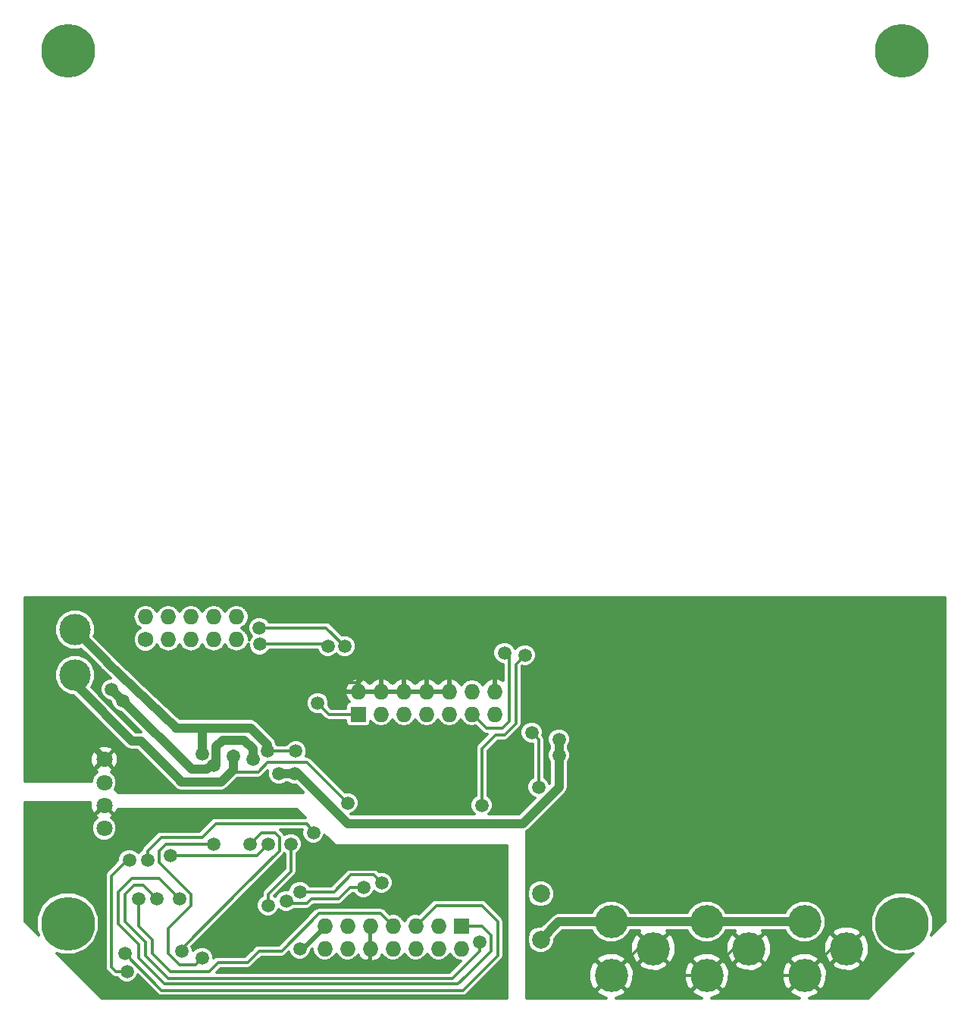
<source format=gbr>
%TF.GenerationSoftware,KiCad,Pcbnew,4.0.0-rc1-stable*%
%TF.CreationDate,2016-07-15T19:49:14+02:00*%
%TF.JobID,MOTOR_DRIVER,4D4F544F525F4452495645522E6B6963,rev?*%
%TF.FileFunction,Copper,L2,Bot,Signal*%
%FSLAX46Y46*%
G04 Gerber Fmt 4.6, Leading zero omitted, Abs format (unit mm)*
G04 Created by KiCad (PCBNEW 4.0.0-rc1-stable) date 15.7.2016 19:49:14*
%MOMM*%
G01*
G04 APERTURE LIST*
%ADD10C,0.100000*%
%ADD11C,2.000000*%
%ADD12C,6.000000*%
%ADD13C,2.500000*%
%ADD14C,3.500000*%
%ADD15R,1.727200X1.727200*%
%ADD16O,1.727200X1.727200*%
%ADD17C,1.727200*%
%ADD18C,1.800000*%
%ADD19C,3.700000*%
%ADD20C,1.500000*%
%ADD21C,0.304800*%
%ADD22C,0.600000*%
%ADD23C,1.000000*%
%ADD24C,0.350000*%
G04 APERTURE END LIST*
D10*
D11*
X131572000Y-155458000D03*
X131572000Y-150358000D03*
D12*
X78740000Y-153680000D03*
X171940000Y-153680000D03*
X171940000Y-56280000D03*
X78740000Y-56280000D03*
D13*
X95732600Y-128295400D03*
X98780600Y-128295400D03*
D14*
X79527400Y-120853200D03*
X79527400Y-125933200D03*
D15*
X111201200Y-130302000D03*
D16*
X111201200Y-127762000D03*
X113741200Y-130302000D03*
X113741200Y-127762000D03*
X116281200Y-130302000D03*
X116281200Y-127762000D03*
X118821200Y-130302000D03*
X118821200Y-127762000D03*
X121361200Y-130302000D03*
X121361200Y-127762000D03*
X123901200Y-130302000D03*
X123901200Y-127762000D03*
X126441200Y-130302000D03*
X126441200Y-127762000D03*
D17*
X87426800Y-121970800D03*
D16*
X87426800Y-119430800D03*
X89966800Y-121970800D03*
X89966800Y-119430800D03*
X92506800Y-121970800D03*
X92506800Y-119430800D03*
X95046800Y-121970800D03*
X95046800Y-119430800D03*
X97586800Y-121970800D03*
X97586800Y-119430800D03*
D18*
X82804000Y-143022000D03*
X82804000Y-140462000D03*
X82804000Y-137922000D03*
X82804000Y-135362000D03*
D15*
X122682000Y-153924000D03*
D16*
X122682000Y-156464000D03*
X120142000Y-153924000D03*
X120142000Y-156464000D03*
X117602000Y-153924000D03*
X117602000Y-156464000D03*
X115062000Y-153924000D03*
X115062000Y-156464000D03*
X112522000Y-153924000D03*
X112522000Y-156464000D03*
X109982000Y-153924000D03*
X109982000Y-156464000D03*
X107442000Y-153924000D03*
X107442000Y-156464000D03*
D19*
X144146000Y-156464000D03*
X139446000Y-153464000D03*
X139446000Y-159464000D03*
X154814000Y-156464000D03*
X150114000Y-153464000D03*
X150114000Y-159464000D03*
X165736000Y-156464000D03*
X161036000Y-153464000D03*
X161036000Y-159464000D03*
D20*
X100584000Y-157988000D03*
X84328000Y-145034000D03*
X123190000Y-149860000D03*
X107950000Y-147828000D03*
X115824000Y-149860000D03*
X98806000Y-156210000D03*
X97536000Y-152400000D03*
X125984000Y-160274000D03*
X108712000Y-158242000D03*
X93726000Y-157480000D03*
X94996000Y-144780000D03*
X104648000Y-156464000D03*
X100177600Y-122504200D03*
X107797600Y-122682000D03*
X109677200Y-122707400D03*
X100152200Y-120675400D03*
X111760000Y-149606000D03*
X103124000Y-151130000D03*
X113792000Y-149098000D03*
X104648000Y-150114000D03*
X87630000Y-146558000D03*
X106172000Y-143510000D03*
X103632000Y-144780000D03*
X101092000Y-151638000D03*
X91440000Y-156718000D03*
X99060000Y-144780000D03*
X106654600Y-129057400D03*
X127508000Y-123444000D03*
X91186000Y-150876000D03*
X88646000Y-150876000D03*
X124714000Y-155702000D03*
X85598000Y-146558000D03*
X101092000Y-144780000D03*
X90170000Y-146050000D03*
X85344000Y-159004000D03*
X133604000Y-127762000D03*
X131572000Y-124714000D03*
X123190000Y-123190000D03*
X74930000Y-127000000D03*
X105206800Y-125806200D03*
X118618000Y-140716000D03*
X104190800Y-134442200D03*
X101041200Y-134442200D03*
X93726000Y-134747000D03*
X97231200Y-135026400D03*
X109982000Y-140208000D03*
X104114600Y-136931400D03*
X102336600Y-136931400D03*
X133604000Y-134874000D03*
X133604000Y-133096000D03*
X95072200Y-135991600D03*
X99415600Y-135305800D03*
X83642200Y-127533400D03*
X84836000Y-128778000D03*
X124968000Y-140462000D03*
X129794000Y-123698000D03*
X130556000Y-132334000D03*
X131318000Y-138430000D03*
X86614000Y-150876000D03*
X85090000Y-156972000D03*
D21*
X84328000Y-145034000D02*
X84328000Y-141986000D01*
X84328000Y-141986000D02*
X82804000Y-140462000D01*
X82550000Y-159512000D02*
X84763400Y-161725400D01*
X82550000Y-145034000D02*
X82550000Y-159512000D01*
X84328000Y-145034000D02*
X82550000Y-145034000D01*
X115824000Y-149860000D02*
X123190000Y-149860000D01*
X114046000Y-147574000D02*
X108204000Y-147574000D01*
X114554000Y-147574000D02*
X115824000Y-148844000D01*
X115824000Y-148844000D02*
X115824000Y-149860000D01*
X114046000Y-147574000D02*
X114554000Y-147574000D01*
X108204000Y-147574000D02*
X107950000Y-147828000D01*
X98806000Y-156210000D02*
X97536000Y-154940000D01*
X97536000Y-154940000D02*
X97536000Y-152400000D01*
X100838000Y-158242000D02*
X100584000Y-157988000D01*
X124532600Y-161725400D02*
X125984000Y-160274000D01*
X84763400Y-161725400D02*
X124532600Y-161725400D01*
X108712000Y-158242000D02*
X100838000Y-158242000D01*
X112522000Y-157480000D02*
X112522000Y-156464000D01*
X111760000Y-158242000D02*
X112522000Y-157480000D01*
X108712000Y-158242000D02*
X111760000Y-158242000D01*
X112522000Y-156464000D02*
X112522000Y-153924000D01*
X94742000Y-144780000D02*
X94996000Y-144780000D01*
X93726000Y-157480000D02*
X92964000Y-158242000D01*
X92964000Y-158242000D02*
X91186000Y-158242000D01*
X91186000Y-158242000D02*
X89916000Y-156972000D01*
X89916000Y-156972000D02*
X89916000Y-154178000D01*
X89916000Y-154178000D02*
X92456000Y-151638000D01*
X92456000Y-151638000D02*
X92456000Y-150368000D01*
X92456000Y-150368000D02*
X88900000Y-146812000D01*
X88900000Y-146812000D02*
X88900000Y-145542000D01*
X88900000Y-145542000D02*
X89662000Y-144780000D01*
X89662000Y-144780000D02*
X94742000Y-144780000D01*
D22*
X104902000Y-156464000D02*
X107442000Y-153924000D01*
X104648000Y-156464000D02*
X104902000Y-156464000D01*
D21*
X107442000Y-153924000D02*
X107188000Y-153924000D01*
D23*
X139446000Y-153464000D02*
X133566000Y-153464000D01*
X133566000Y-153464000D02*
X131572000Y-155458000D01*
X161036000Y-153464000D02*
X150114000Y-153464000D01*
X150114000Y-153464000D02*
X139446000Y-153464000D01*
D21*
X107619800Y-122504200D02*
X100177600Y-122504200D01*
X107797600Y-122682000D02*
X107619800Y-122504200D01*
X109677200Y-122707400D02*
X107594400Y-120675400D01*
X107594400Y-120675400D02*
X100152200Y-120675400D01*
X100152200Y-120675400D02*
X100177600Y-120700800D01*
X105410000Y-151384000D02*
X105918000Y-150876000D01*
X110236000Y-149606000D02*
X111760000Y-149606000D01*
X108966000Y-150876000D02*
X110236000Y-149606000D01*
X105918000Y-150876000D02*
X108966000Y-150876000D01*
X105410000Y-151384000D02*
X103378000Y-151384000D01*
X103378000Y-151384000D02*
X103124000Y-151130000D01*
X104648000Y-150114000D02*
X108458000Y-150114000D01*
X108458000Y-150114000D02*
X110388398Y-148183602D01*
X110388398Y-148183602D02*
X112877602Y-148183602D01*
X112877602Y-148183602D02*
X113792000Y-149098000D01*
X87630000Y-146558000D02*
X87630000Y-145542000D01*
X87630000Y-145542000D02*
X89154000Y-144018000D01*
X89154000Y-144018000D02*
X93726000Y-144018000D01*
X93726000Y-144018000D02*
X95250000Y-142494000D01*
X95250000Y-142494000D02*
X105410000Y-142494000D01*
X105410000Y-142494000D02*
X106172000Y-143510000D01*
X101092000Y-151638000D02*
X101092000Y-150368000D01*
X101092000Y-150368000D02*
X103632000Y-147828000D01*
X103632000Y-147828000D02*
X103632000Y-144780000D01*
X101092000Y-151130000D02*
X101092000Y-151638000D01*
X98425000Y-149479000D02*
X102362000Y-145542000D01*
X91440000Y-156718000D02*
X91440000Y-156464000D01*
X101854000Y-143510000D02*
X102362000Y-144018000D01*
X102362000Y-145542000D02*
X102362000Y-144018000D01*
X100330000Y-143510000D02*
X99060000Y-144780000D01*
X100330000Y-143510000D02*
X101854000Y-143510000D01*
X91440000Y-156464000D02*
X98425000Y-149479000D01*
X111201200Y-130302000D02*
X107899200Y-130302000D01*
X107899200Y-130302000D02*
X106654600Y-129057400D01*
X106654600Y-129057400D02*
X106908600Y-129311400D01*
X125476000Y-131826000D02*
X127254000Y-131826000D01*
X127254000Y-131826000D02*
X128016000Y-131064000D01*
X128016000Y-131064000D02*
X128016000Y-127000000D01*
X124968000Y-131318000D02*
X123952000Y-130302000D01*
X124968000Y-131318000D02*
X125476000Y-131826000D01*
X127508000Y-123444000D02*
X128016000Y-123952000D01*
X128016000Y-123952000D02*
X128016000Y-127000000D01*
X95097602Y-160426398D02*
X122275602Y-160426398D01*
X122275602Y-160426398D02*
X123190000Y-159512000D01*
X86614000Y-157480000D02*
X86614000Y-155956000D01*
X89560398Y-160426398D02*
X86614000Y-157480000D01*
X95097602Y-160426398D02*
X89560398Y-160426398D01*
X88900000Y-148590000D02*
X91186000Y-150876000D01*
X85852000Y-148590000D02*
X88900000Y-148590000D01*
X84328000Y-150114000D02*
X85852000Y-148590000D01*
X84328000Y-153670000D02*
X84328000Y-150114000D01*
X86614000Y-155956000D02*
X84328000Y-153670000D01*
X124968000Y-153924000D02*
X122682000Y-153924000D01*
X125984000Y-154940000D02*
X124968000Y-153924000D01*
X125984000Y-156718000D02*
X125984000Y-154940000D01*
X123190000Y-159512000D02*
X125984000Y-156718000D01*
X94742000Y-159766000D02*
X121666000Y-159766000D01*
X121666000Y-159766000D02*
X122682000Y-158750000D01*
X122682000Y-158750000D02*
X124714000Y-156718000D01*
X124714000Y-156718000D02*
X124714000Y-155702000D01*
X86106000Y-149352000D02*
X87122000Y-149352000D01*
X87122000Y-149352000D02*
X88646000Y-150876000D01*
X85090000Y-151384000D02*
X85090000Y-150368000D01*
X85090000Y-150368000D02*
X86106000Y-149352000D01*
X87376000Y-155702000D02*
X85090000Y-153416000D01*
X85090000Y-153416000D02*
X85090000Y-151384000D01*
X87376000Y-157226000D02*
X87376000Y-155702000D01*
X89916000Y-159766000D02*
X87376000Y-157226000D01*
X94742000Y-159766000D02*
X89916000Y-159766000D01*
X120142000Y-156464000D02*
X120142000Y-156718000D01*
X120142000Y-156464000D02*
X120142000Y-156972000D01*
X85344000Y-159004000D02*
X84074000Y-159004000D01*
X83566000Y-158496000D02*
X83566000Y-149860000D01*
X84074000Y-159004000D02*
X83566000Y-158496000D01*
X85598000Y-146558000D02*
X85344000Y-146558000D01*
X85344000Y-146558000D02*
X83566000Y-148336000D01*
X90170000Y-146050000D02*
X97282000Y-146050000D01*
X99822000Y-146050000D02*
X101092000Y-144780000D01*
X97282000Y-146050000D02*
X99822000Y-146050000D01*
X83566000Y-149860000D02*
X83566000Y-148336000D01*
X82804000Y-135362000D02*
X82804000Y-134874000D01*
X82804000Y-134874000D02*
X74930000Y-127000000D01*
X131572000Y-124714000D02*
X131572000Y-122682000D01*
X123190000Y-122428000D02*
X123190000Y-123190000D01*
X123698000Y-121920000D02*
X123190000Y-122428000D01*
X130810000Y-121920000D02*
X123698000Y-121920000D01*
X131572000Y-122682000D02*
X130810000Y-121920000D01*
X133604000Y-126746000D02*
X133604000Y-127762000D01*
X131572000Y-124714000D02*
X133604000Y-126746000D01*
X123190000Y-123190000D02*
X122936000Y-123444000D01*
X122936000Y-123444000D02*
X122936000Y-125476000D01*
X75692000Y-119888000D02*
X76454000Y-119126000D01*
X74930000Y-127000000D02*
X75692000Y-126238000D01*
X75692000Y-126238000D02*
X75692000Y-119888000D01*
X113741200Y-127762000D02*
X113741200Y-125476000D01*
X113741200Y-125476000D02*
X113792000Y-125476000D01*
X105156000Y-125857000D02*
X105156000Y-126796800D01*
X105206800Y-125806200D02*
X105156000Y-125857000D01*
X95732600Y-128295400D02*
X90373200Y-128295400D01*
X77419200Y-118160800D02*
X76454000Y-119126000D01*
X76454000Y-119126000D02*
X76327000Y-119253000D01*
X81711800Y-118160800D02*
X77419200Y-118160800D01*
X83413600Y-119862600D02*
X81711800Y-118160800D01*
X83413600Y-121335800D02*
X83413600Y-119862600D01*
X90373200Y-128295400D02*
X83413600Y-121335800D01*
X107670600Y-132359400D02*
X107670600Y-132562600D01*
X103606600Y-128295400D02*
X107670600Y-132359400D01*
X116078000Y-133350000D02*
X108458000Y-133350000D01*
X118618000Y-135890000D02*
X116078000Y-133350000D01*
X118618000Y-140716000D02*
X118618000Y-135890000D01*
X107670600Y-132562600D02*
X108458000Y-133350000D01*
X106908600Y-126771400D02*
X105130600Y-126771400D01*
X111226600Y-126771400D02*
X106908600Y-126771400D01*
X105130600Y-126771400D02*
X103606600Y-128295400D01*
X103606600Y-128295400D02*
X98780600Y-128295400D01*
X116332000Y-127762000D02*
X116332000Y-125730000D01*
X116332000Y-125730000D02*
X116332000Y-125476000D01*
X118872000Y-127762000D02*
X118872000Y-125476000D01*
X121412000Y-127762000D02*
X121412000Y-125476000D01*
X111252000Y-127762000D02*
X111252000Y-126746000D01*
X126492000Y-126492000D02*
X126492000Y-127762000D01*
X125476000Y-125476000D02*
X126492000Y-126492000D01*
X122936000Y-125476000D02*
X125476000Y-125476000D01*
X112522000Y-125476000D02*
X113792000Y-125476000D01*
X113792000Y-125476000D02*
X116332000Y-125476000D01*
X116332000Y-125476000D02*
X118872000Y-125476000D01*
X118872000Y-125476000D02*
X121412000Y-125476000D01*
X121412000Y-125476000D02*
X122936000Y-125476000D01*
X111252000Y-126746000D02*
X112522000Y-125476000D01*
X154814000Y-156464000D02*
X153114000Y-156464000D01*
X153114000Y-156464000D02*
X150114000Y-159464000D01*
X150114000Y-159464000D02*
X147146000Y-159464000D01*
X147146000Y-159464000D02*
X144146000Y-156464000D01*
X144146000Y-156464000D02*
X142446000Y-156464000D01*
X142446000Y-156464000D02*
X139446000Y-159464000D01*
X165736000Y-156464000D02*
X164036000Y-156464000D01*
X164036000Y-156464000D02*
X161036000Y-159464000D01*
X161036000Y-159464000D02*
X157814000Y-159464000D01*
X157814000Y-159464000D02*
X154814000Y-156464000D01*
D23*
X93726000Y-134747000D02*
X93726000Y-132080000D01*
X93726000Y-132080000D02*
X93980000Y-131826000D01*
X98552000Y-131826000D02*
X99161600Y-131826000D01*
X101041200Y-133705600D02*
X101041200Y-134442200D01*
X99161600Y-131826000D02*
X101041200Y-133705600D01*
D21*
X83083400Y-124434600D02*
X83083400Y-124460000D01*
D23*
X90805000Y-131826000D02*
X93980000Y-131826000D01*
X79756000Y-121107200D02*
X83083400Y-124434600D01*
X83083400Y-124460000D02*
X90805000Y-131800600D01*
D21*
X90805000Y-131800600D02*
X90805000Y-131826000D01*
X79756000Y-121031000D02*
X79756000Y-121107200D01*
X101041200Y-134442200D02*
X104190800Y-134442200D01*
D23*
X98552000Y-131826000D02*
X93980000Y-131826000D01*
X98552000Y-131826000D02*
X98806000Y-131826000D01*
D21*
X93726000Y-134747000D02*
X93726000Y-134239000D01*
X93980000Y-131826000D02*
X93980000Y-132080000D01*
D23*
X101041200Y-134442200D02*
X101041200Y-134188200D01*
X95859600Y-137845800D02*
X96957008Y-136748392D01*
D22*
X97205800Y-135026400D02*
X97231200Y-135026400D01*
X97205800Y-134747000D02*
X97205800Y-135026400D01*
D23*
X91414600Y-137845800D02*
X95859600Y-137845800D01*
X97205800Y-134747000D02*
X97205800Y-136499600D01*
X97205800Y-136499600D02*
X96957008Y-136748392D01*
X91262200Y-137642600D02*
X91262200Y-137693400D01*
X91262200Y-137642600D02*
X90297000Y-136677400D01*
X85928200Y-133299200D02*
X79756000Y-127127000D01*
X86918800Y-133299200D02*
X85928200Y-133299200D01*
X90297000Y-136677400D02*
X86918800Y-133299200D01*
X91262200Y-137693400D02*
X91414600Y-137845800D01*
D21*
X96957008Y-136748392D02*
X100005008Y-136748392D01*
X105460800Y-135686800D02*
X109982000Y-140208000D01*
X101066600Y-135686800D02*
X105460800Y-135686800D01*
X100005008Y-136748392D02*
X101066600Y-135686800D01*
X79756000Y-126111000D02*
X79756000Y-127127000D01*
X104114600Y-136931400D02*
X104419400Y-136931400D01*
D23*
X109982000Y-142494000D02*
X129540000Y-142494000D01*
X109728000Y-142240000D02*
X109982000Y-142494000D01*
X129540000Y-142494000D02*
X130048000Y-141986000D01*
X109728000Y-142240000D02*
X105714800Y-138226800D01*
X104419400Y-136931400D02*
X105714800Y-138226800D01*
D21*
X129916297Y-142117703D02*
X130048000Y-141986000D01*
D23*
X132334000Y-139700000D02*
X130048000Y-141986000D01*
X133604000Y-138430000D02*
X132334000Y-139700000D01*
D21*
X109728000Y-142117703D02*
X109605703Y-142117703D01*
X109605703Y-142117703D02*
X109474000Y-141986000D01*
D23*
X102336600Y-136931400D02*
X104114600Y-136931400D01*
X133604000Y-136906000D02*
X133604000Y-138430000D01*
X133604000Y-134874000D02*
X133604000Y-136906000D01*
X133604000Y-134874000D02*
X133604000Y-133096000D01*
X99415600Y-135305800D02*
X99415600Y-134166602D01*
X99415600Y-134166602D02*
X98425000Y-133176002D01*
X98425000Y-133176002D02*
X96058998Y-133176002D01*
X96058998Y-133176002D02*
X95326200Y-133908800D01*
X95326200Y-133908800D02*
X95326200Y-135737600D01*
X95326200Y-135737600D02*
X95072200Y-135991600D01*
X95072200Y-135991600D02*
X94767400Y-135991600D01*
X92608400Y-136474200D02*
X92405200Y-136271000D01*
X94284800Y-136474200D02*
X92608400Y-136474200D01*
X94767400Y-135991600D02*
X94284800Y-136474200D01*
X92405200Y-136271000D02*
X84836000Y-128778000D01*
D21*
X94945200Y-135864600D02*
X95072200Y-135991600D01*
X83642200Y-127533400D02*
X83642200Y-127558800D01*
D23*
X83642200Y-127558800D02*
X84836000Y-128778000D01*
D21*
X84836000Y-128778000D02*
X84836000Y-128752600D01*
X84836000Y-128752600D02*
X83642200Y-127533400D01*
X99390200Y-135331200D02*
X99364800Y-135331200D01*
X99415600Y-135305800D02*
X99390200Y-135331200D01*
X84836000Y-128778000D02*
X84810600Y-128778000D01*
X124968000Y-140462000D02*
X124968000Y-134112000D01*
X124968000Y-134112000D02*
X126492000Y-132588000D01*
X126492000Y-132588000D02*
X127508000Y-132588000D01*
X127508000Y-132588000D02*
X128778000Y-131318000D01*
X128778000Y-131318000D02*
X128778000Y-124714000D01*
X128778000Y-124714000D02*
X129794000Y-123698000D01*
X131339167Y-133117167D02*
X130556000Y-132334000D01*
X131318000Y-133096000D02*
X131339167Y-133117167D01*
X131318000Y-138430000D02*
X131318000Y-133096000D01*
X106934000Y-152527000D02*
X106807000Y-152527000D01*
X102616000Y-156718000D02*
X101854000Y-156718000D01*
X106807000Y-152527000D02*
X102616000Y-156718000D01*
X101854000Y-156718000D02*
X100076000Y-156718000D01*
X106934000Y-152527000D02*
X113665000Y-152527000D01*
X113665000Y-152527000D02*
X113792000Y-152654000D01*
X100076000Y-156718000D02*
X98806000Y-157988000D01*
X98806000Y-157988000D02*
X95504000Y-157988000D01*
X115062000Y-153924000D02*
X113792000Y-152654000D01*
X88138000Y-156972000D02*
X90170000Y-159004000D01*
X86614000Y-153924000D02*
X86614000Y-150876000D01*
X88138000Y-155448000D02*
X86614000Y-153924000D01*
X88138000Y-156972000D02*
X88138000Y-155448000D01*
X94488000Y-159004000D02*
X95504000Y-157988000D01*
X90170000Y-159004000D02*
X94488000Y-159004000D01*
X119888000Y-151638000D02*
X117602000Y-153924000D01*
X126746000Y-156972000D02*
X126746000Y-153416000D01*
X126746000Y-153416000D02*
X124968000Y-151638000D01*
X124968000Y-151638000D02*
X119888000Y-151638000D01*
X117602000Y-153924000D02*
X117602000Y-153416000D01*
X117602000Y-153924000D02*
X117602000Y-153670000D01*
X95424202Y-161115798D02*
X122856202Y-161115798D01*
X126746000Y-157226000D02*
X126746000Y-156972000D01*
X122856202Y-161115798D02*
X126746000Y-157226000D01*
X85090000Y-156972000D02*
X89233798Y-161115798D01*
X89233798Y-161115798D02*
X95424202Y-161115798D01*
D24*
G36*
X81218022Y-140162485D02*
X81224128Y-140792212D01*
X81453367Y-141345643D01*
X81729128Y-141425149D01*
X82692277Y-140462000D01*
X82678135Y-140447858D01*
X82780424Y-140345569D01*
X82924270Y-140453453D01*
X82915723Y-140462000D01*
X83878872Y-141425149D01*
X84154633Y-141345643D01*
X84337809Y-140891000D01*
X104324599Y-140891000D01*
X105308049Y-141816600D01*
X95250000Y-141816600D01*
X94990770Y-141868164D01*
X94771006Y-142015006D01*
X93445412Y-143340600D01*
X89154000Y-143340600D01*
X88894770Y-143392164D01*
X88675006Y-143539006D01*
X87151006Y-145063006D01*
X87004164Y-145282770D01*
X86970730Y-145450852D01*
X86908714Y-145476477D01*
X86613800Y-145770876D01*
X86321173Y-145477738D01*
X85852726Y-145283222D01*
X85345499Y-145282779D01*
X84876714Y-145476477D01*
X84517738Y-145834827D01*
X84323222Y-146303274D01*
X84322944Y-146621068D01*
X83087006Y-147857006D01*
X82940164Y-148076770D01*
X82888600Y-148336000D01*
X82888600Y-158496000D01*
X82940164Y-158755230D01*
X83087006Y-158974994D01*
X83595006Y-159482994D01*
X83814770Y-159629836D01*
X84074000Y-159681400D01*
X84244344Y-159681400D01*
X84262477Y-159725286D01*
X84620827Y-160084262D01*
X85089274Y-160278778D01*
X85596501Y-160279221D01*
X86065286Y-160085523D01*
X86424262Y-159727173D01*
X86560085Y-159400073D01*
X88754804Y-161594792D01*
X88974568Y-161741634D01*
X89233798Y-161793198D01*
X122856202Y-161793198D01*
X123115432Y-161741634D01*
X123335196Y-161594792D01*
X127224994Y-157704994D01*
X127371836Y-157485230D01*
X127423400Y-157226000D01*
X127423400Y-153416000D01*
X127371836Y-153156770D01*
X127224994Y-152937006D01*
X125446994Y-151159006D01*
X125227230Y-151012164D01*
X124968000Y-150960600D01*
X119888000Y-150960600D01*
X119628770Y-151012164D01*
X119409006Y-151159006D01*
X117965682Y-152602330D01*
X117629204Y-152535400D01*
X117574796Y-152535400D01*
X117043402Y-152641101D01*
X116592908Y-152942112D01*
X116332000Y-153332588D01*
X116071092Y-152942112D01*
X115620598Y-152641101D01*
X115089204Y-152535400D01*
X115034796Y-152535400D01*
X114698318Y-152602330D01*
X114143994Y-152048006D01*
X113924230Y-151901164D01*
X113665000Y-151849600D01*
X106807000Y-151849600D01*
X106547770Y-151901164D01*
X106328006Y-152048006D01*
X102335412Y-156040600D01*
X100076000Y-156040600D01*
X99816770Y-156092164D01*
X99597006Y-156239006D01*
X98525412Y-157310600D01*
X95504000Y-157310600D01*
X95244770Y-157362164D01*
X95025006Y-157509006D01*
X95000954Y-157533058D01*
X95001221Y-157227499D01*
X94807523Y-156758714D01*
X94449173Y-156399738D01*
X93980726Y-156205222D01*
X93473499Y-156204779D01*
X93004714Y-156398477D01*
X92715027Y-156687659D01*
X92715221Y-156465499D01*
X92622030Y-156239958D01*
X102840994Y-146020994D01*
X102900348Y-145932164D01*
X102939799Y-145873123D01*
X102954600Y-145879269D01*
X102954600Y-147547412D01*
X100613006Y-149889006D01*
X100466164Y-150108770D01*
X100414600Y-150368000D01*
X100414600Y-150538344D01*
X100370714Y-150556477D01*
X100011738Y-150914827D01*
X99817222Y-151383274D01*
X99816779Y-151890501D01*
X100010477Y-152359286D01*
X100368827Y-152718262D01*
X100837274Y-152912778D01*
X101344501Y-152913221D01*
X101813286Y-152719523D01*
X102172262Y-152361173D01*
X102283662Y-152092892D01*
X102400827Y-152210262D01*
X102869274Y-152404778D01*
X103376501Y-152405221D01*
X103845286Y-152211523D01*
X103995671Y-152061400D01*
X105410000Y-152061400D01*
X105669230Y-152009836D01*
X105888994Y-151862994D01*
X106198588Y-151553400D01*
X108966000Y-151553400D01*
X109225230Y-151501836D01*
X109444994Y-151354994D01*
X110516588Y-150283400D01*
X110660344Y-150283400D01*
X110678477Y-150327286D01*
X111036827Y-150686262D01*
X111505274Y-150880778D01*
X112012501Y-150881221D01*
X112481286Y-150687523D01*
X112840262Y-150329173D01*
X112951662Y-150060892D01*
X113068827Y-150178262D01*
X113537274Y-150372778D01*
X114044501Y-150373221D01*
X114513286Y-150179523D01*
X114872262Y-149821173D01*
X115066778Y-149352726D01*
X115067221Y-148845499D01*
X114873523Y-148376714D01*
X114515173Y-148017738D01*
X114046726Y-147823222D01*
X113539499Y-147822779D01*
X113493693Y-147841705D01*
X113356596Y-147704608D01*
X113136832Y-147557766D01*
X112877602Y-147506202D01*
X110388398Y-147506202D01*
X110129168Y-147557766D01*
X109909404Y-147704608D01*
X108177412Y-149436600D01*
X105747656Y-149436600D01*
X105729523Y-149392714D01*
X105371173Y-149033738D01*
X104902726Y-148839222D01*
X104395499Y-148838779D01*
X103926714Y-149032477D01*
X103567738Y-149390827D01*
X103374906Y-149855219D01*
X102871499Y-149854779D01*
X102402714Y-150048477D01*
X102043738Y-150406827D01*
X101932338Y-150675108D01*
X101837692Y-150580296D01*
X104110994Y-148306994D01*
X104257836Y-148087230D01*
X104271659Y-148017738D01*
X104309400Y-147828000D01*
X104309400Y-145879656D01*
X104353286Y-145861523D01*
X104712262Y-145503173D01*
X104906778Y-145034726D01*
X104907221Y-144527499D01*
X104713523Y-144058714D01*
X104355173Y-143699738D01*
X103886726Y-143505222D01*
X103379499Y-143504779D01*
X102939580Y-143686550D01*
X102840994Y-143539006D01*
X102473388Y-143171400D01*
X104932049Y-143171400D01*
X104897222Y-143255274D01*
X104896779Y-143762501D01*
X105090477Y-144231286D01*
X105448827Y-144590262D01*
X105917274Y-144784778D01*
X106424501Y-144785221D01*
X106893286Y-144591523D01*
X107252262Y-144233173D01*
X107427433Y-143811314D01*
X108592061Y-144907435D01*
X108651090Y-144944058D01*
X108712000Y-144955000D01*
X127841000Y-144955000D01*
X127841000Y-161985000D01*
X82532738Y-161985000D01*
X77477357Y-156972519D01*
X78035758Y-157204387D01*
X79438090Y-157205611D01*
X80734144Y-156670092D01*
X81726607Y-155679359D01*
X82264387Y-154384242D01*
X82265611Y-152981910D01*
X81730092Y-151685856D01*
X80739359Y-150693393D01*
X79444242Y-150155613D01*
X78041910Y-150154389D01*
X76745856Y-150689908D01*
X75753393Y-151680641D01*
X75215613Y-152975758D01*
X75214389Y-154378090D01*
X75459837Y-154972118D01*
X74259187Y-153781657D01*
X73915000Y-153427347D01*
X73915000Y-143304206D01*
X81378754Y-143304206D01*
X81595240Y-143828143D01*
X81995749Y-144229351D01*
X82519307Y-144446752D01*
X83086206Y-144447246D01*
X83610143Y-144230760D01*
X84011351Y-143830251D01*
X84228752Y-143306693D01*
X84229246Y-142739794D01*
X84012760Y-142215857D01*
X83632882Y-141835316D01*
X83687643Y-141812633D01*
X83767149Y-141536872D01*
X82804000Y-140573723D01*
X81840851Y-141536872D01*
X81920357Y-141812633D01*
X81976005Y-141835054D01*
X81596649Y-142213749D01*
X81379248Y-142737307D01*
X81378754Y-143304206D01*
X73915000Y-143304206D01*
X73915000Y-140129000D01*
X81231513Y-140129000D01*
X81218022Y-140162485D01*
X81218022Y-140162485D01*
G37*
X81218022Y-140162485D02*
X81224128Y-140792212D01*
X81453367Y-141345643D01*
X81729128Y-141425149D01*
X82692277Y-140462000D01*
X82678135Y-140447858D01*
X82780424Y-140345569D01*
X82924270Y-140453453D01*
X82915723Y-140462000D01*
X83878872Y-141425149D01*
X84154633Y-141345643D01*
X84337809Y-140891000D01*
X104324599Y-140891000D01*
X105308049Y-141816600D01*
X95250000Y-141816600D01*
X94990770Y-141868164D01*
X94771006Y-142015006D01*
X93445412Y-143340600D01*
X89154000Y-143340600D01*
X88894770Y-143392164D01*
X88675006Y-143539006D01*
X87151006Y-145063006D01*
X87004164Y-145282770D01*
X86970730Y-145450852D01*
X86908714Y-145476477D01*
X86613800Y-145770876D01*
X86321173Y-145477738D01*
X85852726Y-145283222D01*
X85345499Y-145282779D01*
X84876714Y-145476477D01*
X84517738Y-145834827D01*
X84323222Y-146303274D01*
X84322944Y-146621068D01*
X83087006Y-147857006D01*
X82940164Y-148076770D01*
X82888600Y-148336000D01*
X82888600Y-158496000D01*
X82940164Y-158755230D01*
X83087006Y-158974994D01*
X83595006Y-159482994D01*
X83814770Y-159629836D01*
X84074000Y-159681400D01*
X84244344Y-159681400D01*
X84262477Y-159725286D01*
X84620827Y-160084262D01*
X85089274Y-160278778D01*
X85596501Y-160279221D01*
X86065286Y-160085523D01*
X86424262Y-159727173D01*
X86560085Y-159400073D01*
X88754804Y-161594792D01*
X88974568Y-161741634D01*
X89233798Y-161793198D01*
X122856202Y-161793198D01*
X123115432Y-161741634D01*
X123335196Y-161594792D01*
X127224994Y-157704994D01*
X127371836Y-157485230D01*
X127423400Y-157226000D01*
X127423400Y-153416000D01*
X127371836Y-153156770D01*
X127224994Y-152937006D01*
X125446994Y-151159006D01*
X125227230Y-151012164D01*
X124968000Y-150960600D01*
X119888000Y-150960600D01*
X119628770Y-151012164D01*
X119409006Y-151159006D01*
X117965682Y-152602330D01*
X117629204Y-152535400D01*
X117574796Y-152535400D01*
X117043402Y-152641101D01*
X116592908Y-152942112D01*
X116332000Y-153332588D01*
X116071092Y-152942112D01*
X115620598Y-152641101D01*
X115089204Y-152535400D01*
X115034796Y-152535400D01*
X114698318Y-152602330D01*
X114143994Y-152048006D01*
X113924230Y-151901164D01*
X113665000Y-151849600D01*
X106807000Y-151849600D01*
X106547770Y-151901164D01*
X106328006Y-152048006D01*
X102335412Y-156040600D01*
X100076000Y-156040600D01*
X99816770Y-156092164D01*
X99597006Y-156239006D01*
X98525412Y-157310600D01*
X95504000Y-157310600D01*
X95244770Y-157362164D01*
X95025006Y-157509006D01*
X95000954Y-157533058D01*
X95001221Y-157227499D01*
X94807523Y-156758714D01*
X94449173Y-156399738D01*
X93980726Y-156205222D01*
X93473499Y-156204779D01*
X93004714Y-156398477D01*
X92715027Y-156687659D01*
X92715221Y-156465499D01*
X92622030Y-156239958D01*
X102840994Y-146020994D01*
X102900348Y-145932164D01*
X102939799Y-145873123D01*
X102954600Y-145879269D01*
X102954600Y-147547412D01*
X100613006Y-149889006D01*
X100466164Y-150108770D01*
X100414600Y-150368000D01*
X100414600Y-150538344D01*
X100370714Y-150556477D01*
X100011738Y-150914827D01*
X99817222Y-151383274D01*
X99816779Y-151890501D01*
X100010477Y-152359286D01*
X100368827Y-152718262D01*
X100837274Y-152912778D01*
X101344501Y-152913221D01*
X101813286Y-152719523D01*
X102172262Y-152361173D01*
X102283662Y-152092892D01*
X102400827Y-152210262D01*
X102869274Y-152404778D01*
X103376501Y-152405221D01*
X103845286Y-152211523D01*
X103995671Y-152061400D01*
X105410000Y-152061400D01*
X105669230Y-152009836D01*
X105888994Y-151862994D01*
X106198588Y-151553400D01*
X108966000Y-151553400D01*
X109225230Y-151501836D01*
X109444994Y-151354994D01*
X110516588Y-150283400D01*
X110660344Y-150283400D01*
X110678477Y-150327286D01*
X111036827Y-150686262D01*
X111505274Y-150880778D01*
X112012501Y-150881221D01*
X112481286Y-150687523D01*
X112840262Y-150329173D01*
X112951662Y-150060892D01*
X113068827Y-150178262D01*
X113537274Y-150372778D01*
X114044501Y-150373221D01*
X114513286Y-150179523D01*
X114872262Y-149821173D01*
X115066778Y-149352726D01*
X115067221Y-148845499D01*
X114873523Y-148376714D01*
X114515173Y-148017738D01*
X114046726Y-147823222D01*
X113539499Y-147822779D01*
X113493693Y-147841705D01*
X113356596Y-147704608D01*
X113136832Y-147557766D01*
X112877602Y-147506202D01*
X110388398Y-147506202D01*
X110129168Y-147557766D01*
X109909404Y-147704608D01*
X108177412Y-149436600D01*
X105747656Y-149436600D01*
X105729523Y-149392714D01*
X105371173Y-149033738D01*
X104902726Y-148839222D01*
X104395499Y-148838779D01*
X103926714Y-149032477D01*
X103567738Y-149390827D01*
X103374906Y-149855219D01*
X102871499Y-149854779D01*
X102402714Y-150048477D01*
X102043738Y-150406827D01*
X101932338Y-150675108D01*
X101837692Y-150580296D01*
X104110994Y-148306994D01*
X104257836Y-148087230D01*
X104271659Y-148017738D01*
X104309400Y-147828000D01*
X104309400Y-145879656D01*
X104353286Y-145861523D01*
X104712262Y-145503173D01*
X104906778Y-145034726D01*
X104907221Y-144527499D01*
X104713523Y-144058714D01*
X104355173Y-143699738D01*
X103886726Y-143505222D01*
X103379499Y-143504779D01*
X102939580Y-143686550D01*
X102840994Y-143539006D01*
X102473388Y-143171400D01*
X104932049Y-143171400D01*
X104897222Y-143255274D01*
X104896779Y-143762501D01*
X105090477Y-144231286D01*
X105448827Y-144590262D01*
X105917274Y-144784778D01*
X106424501Y-144785221D01*
X106893286Y-144591523D01*
X107252262Y-144233173D01*
X107427433Y-143811314D01*
X108592061Y-144907435D01*
X108651090Y-144944058D01*
X108712000Y-144955000D01*
X127841000Y-144955000D01*
X127841000Y-161985000D01*
X82532738Y-161985000D01*
X77477357Y-156972519D01*
X78035758Y-157204387D01*
X79438090Y-157205611D01*
X80734144Y-156670092D01*
X81726607Y-155679359D01*
X82264387Y-154384242D01*
X82265611Y-152981910D01*
X81730092Y-151685856D01*
X80739359Y-150693393D01*
X79444242Y-150155613D01*
X78041910Y-150154389D01*
X76745856Y-150689908D01*
X75753393Y-151680641D01*
X75215613Y-152975758D01*
X75214389Y-154378090D01*
X75459837Y-154972118D01*
X74259187Y-153781657D01*
X73915000Y-153427347D01*
X73915000Y-143304206D01*
X81378754Y-143304206D01*
X81595240Y-143828143D01*
X81995749Y-144229351D01*
X82519307Y-144446752D01*
X83086206Y-144447246D01*
X83610143Y-144230760D01*
X84011351Y-143830251D01*
X84228752Y-143306693D01*
X84229246Y-142739794D01*
X84012760Y-142215857D01*
X83632882Y-141835316D01*
X83687643Y-141812633D01*
X83767149Y-141536872D01*
X82804000Y-140573723D01*
X81840851Y-141536872D01*
X81920357Y-141812633D01*
X81976005Y-141835054D01*
X81596649Y-142213749D01*
X81379248Y-142737307D01*
X81378754Y-143304206D01*
X73915000Y-143304206D01*
X73915000Y-140129000D01*
X81231513Y-140129000D01*
X81218022Y-140162485D01*
G36*
X112601000Y-153845000D02*
X112621000Y-153845000D01*
X112621000Y-154003000D01*
X112601000Y-154003000D01*
X112601000Y-156385000D01*
X112621000Y-156385000D01*
X112621000Y-156543000D01*
X112601000Y-156543000D01*
X112601000Y-157837837D01*
X112841654Y-157977212D01*
X113396403Y-157739699D01*
X113818032Y-157307973D01*
X113872649Y-157176112D01*
X114052908Y-157445888D01*
X114503402Y-157746899D01*
X115034796Y-157852600D01*
X115089204Y-157852600D01*
X115620598Y-157746899D01*
X116071092Y-157445888D01*
X116332000Y-157055412D01*
X116592908Y-157445888D01*
X117043402Y-157746899D01*
X117574796Y-157852600D01*
X117629204Y-157852600D01*
X118160598Y-157746899D01*
X118611092Y-157445888D01*
X118872000Y-157055412D01*
X119132908Y-157445888D01*
X119583402Y-157746899D01*
X120114796Y-157852600D01*
X120169204Y-157852600D01*
X120700598Y-157746899D01*
X121151092Y-157445888D01*
X121412000Y-157055412D01*
X121672908Y-157445888D01*
X122123402Y-157746899D01*
X122626951Y-157847061D01*
X121385412Y-159088600D01*
X95361388Y-159088600D01*
X95784588Y-158665400D01*
X98806000Y-158665400D01*
X99065230Y-158613836D01*
X99284994Y-158466994D01*
X100356588Y-157395400D01*
X102616000Y-157395400D01*
X102875230Y-157343836D01*
X103094994Y-157196994D01*
X103432047Y-156859941D01*
X103566477Y-157185286D01*
X103924827Y-157544262D01*
X104393274Y-157738778D01*
X104900501Y-157739221D01*
X105369286Y-157545523D01*
X105728262Y-157187173D01*
X105922778Y-156718726D01*
X105922873Y-156609853D01*
X106033252Y-156499474D01*
X106131897Y-156995394D01*
X106432908Y-157445888D01*
X106883402Y-157746899D01*
X107414796Y-157852600D01*
X107469204Y-157852600D01*
X108000598Y-157746899D01*
X108451092Y-157445888D01*
X108712000Y-157055412D01*
X108972908Y-157445888D01*
X109423402Y-157746899D01*
X109954796Y-157852600D01*
X110009204Y-157852600D01*
X110540598Y-157746899D01*
X110991092Y-157445888D01*
X111171351Y-157176112D01*
X111225968Y-157307973D01*
X111647597Y-157739699D01*
X112202346Y-157977212D01*
X112443000Y-157837837D01*
X112443000Y-156543000D01*
X112423000Y-156543000D01*
X112423000Y-156385000D01*
X112443000Y-156385000D01*
X112443000Y-154003000D01*
X112423000Y-154003000D01*
X112423000Y-153845000D01*
X112443000Y-153845000D01*
X112443000Y-153825000D01*
X112601000Y-153825000D01*
X112601000Y-153845000D01*
X112601000Y-153845000D01*
G37*
X112601000Y-153845000D02*
X112621000Y-153845000D01*
X112621000Y-154003000D01*
X112601000Y-154003000D01*
X112601000Y-156385000D01*
X112621000Y-156385000D01*
X112621000Y-156543000D01*
X112601000Y-156543000D01*
X112601000Y-157837837D01*
X112841654Y-157977212D01*
X113396403Y-157739699D01*
X113818032Y-157307973D01*
X113872649Y-157176112D01*
X114052908Y-157445888D01*
X114503402Y-157746899D01*
X115034796Y-157852600D01*
X115089204Y-157852600D01*
X115620598Y-157746899D01*
X116071092Y-157445888D01*
X116332000Y-157055412D01*
X116592908Y-157445888D01*
X117043402Y-157746899D01*
X117574796Y-157852600D01*
X117629204Y-157852600D01*
X118160598Y-157746899D01*
X118611092Y-157445888D01*
X118872000Y-157055412D01*
X119132908Y-157445888D01*
X119583402Y-157746899D01*
X120114796Y-157852600D01*
X120169204Y-157852600D01*
X120700598Y-157746899D01*
X121151092Y-157445888D01*
X121412000Y-157055412D01*
X121672908Y-157445888D01*
X122123402Y-157746899D01*
X122626951Y-157847061D01*
X121385412Y-159088600D01*
X95361388Y-159088600D01*
X95784588Y-158665400D01*
X98806000Y-158665400D01*
X99065230Y-158613836D01*
X99284994Y-158466994D01*
X100356588Y-157395400D01*
X102616000Y-157395400D01*
X102875230Y-157343836D01*
X103094994Y-157196994D01*
X103432047Y-156859941D01*
X103566477Y-157185286D01*
X103924827Y-157544262D01*
X104393274Y-157738778D01*
X104900501Y-157739221D01*
X105369286Y-157545523D01*
X105728262Y-157187173D01*
X105922778Y-156718726D01*
X105922873Y-156609853D01*
X106033252Y-156499474D01*
X106131897Y-156995394D01*
X106432908Y-157445888D01*
X106883402Y-157746899D01*
X107414796Y-157852600D01*
X107469204Y-157852600D01*
X108000598Y-157746899D01*
X108451092Y-157445888D01*
X108712000Y-157055412D01*
X108972908Y-157445888D01*
X109423402Y-157746899D01*
X109954796Y-157852600D01*
X110009204Y-157852600D01*
X110540598Y-157746899D01*
X110991092Y-157445888D01*
X111171351Y-157176112D01*
X111225968Y-157307973D01*
X111647597Y-157739699D01*
X112202346Y-157977212D01*
X112443000Y-157837837D01*
X112443000Y-156543000D01*
X112423000Y-156543000D01*
X112423000Y-156385000D01*
X112443000Y-156385000D01*
X112443000Y-154003000D01*
X112423000Y-154003000D01*
X112423000Y-153845000D01*
X112443000Y-153845000D01*
X112443000Y-153825000D01*
X112601000Y-153825000D01*
X112601000Y-153845000D01*
G36*
X176765000Y-153440731D02*
X175217940Y-154977751D01*
X175464387Y-154384242D01*
X175465611Y-152981910D01*
X174930092Y-151685856D01*
X173939359Y-150693393D01*
X172644242Y-150155613D01*
X171241910Y-150154389D01*
X169945856Y-150689908D01*
X168953393Y-151680641D01*
X168415613Y-152975758D01*
X168414389Y-154378090D01*
X168949908Y-155674144D01*
X169940641Y-156666607D01*
X171235758Y-157204387D01*
X172638090Y-157205611D01*
X173215788Y-156966911D01*
X168164922Y-161985000D01*
X161558123Y-161985000D01*
X162452144Y-161623740D01*
X162489405Y-161598844D01*
X162684676Y-161224399D01*
X161036000Y-159575723D01*
X159387324Y-161224399D01*
X159582595Y-161598844D01*
X160492451Y-161985000D01*
X150636123Y-161985000D01*
X151530144Y-161623740D01*
X151567405Y-161598844D01*
X151762676Y-161224399D01*
X150114000Y-159575723D01*
X148465324Y-161224399D01*
X148660595Y-161598844D01*
X149570451Y-161985000D01*
X139968123Y-161985000D01*
X140862144Y-161623740D01*
X140899405Y-161598844D01*
X141094676Y-161224399D01*
X139446000Y-159575723D01*
X137797324Y-161224399D01*
X137992595Y-161598844D01*
X138902451Y-161985000D01*
X129969000Y-161985000D01*
X129969000Y-159945849D01*
X136908726Y-159945849D01*
X137286260Y-160880144D01*
X137311156Y-160917405D01*
X137685601Y-161112676D01*
X139334277Y-159464000D01*
X139557723Y-159464000D01*
X141206399Y-161112676D01*
X141580844Y-160917405D01*
X141974532Y-159989802D01*
X141974913Y-159945849D01*
X147576726Y-159945849D01*
X147954260Y-160880144D01*
X147979156Y-160917405D01*
X148353601Y-161112676D01*
X150002277Y-159464000D01*
X150225723Y-159464000D01*
X151874399Y-161112676D01*
X152248844Y-160917405D01*
X152642532Y-159989802D01*
X152642913Y-159945849D01*
X158498726Y-159945849D01*
X158876260Y-160880144D01*
X158901156Y-160917405D01*
X159275601Y-161112676D01*
X160924277Y-159464000D01*
X161147723Y-159464000D01*
X162796399Y-161112676D01*
X163170844Y-160917405D01*
X163564532Y-159989802D01*
X163573274Y-158982151D01*
X163267079Y-158224399D01*
X164087324Y-158224399D01*
X164282595Y-158598844D01*
X165210198Y-158992532D01*
X166217849Y-159001274D01*
X167152144Y-158623740D01*
X167189405Y-158598844D01*
X167384676Y-158224399D01*
X165736000Y-156575723D01*
X164087324Y-158224399D01*
X163267079Y-158224399D01*
X163195740Y-158047856D01*
X163170844Y-158010595D01*
X162796399Y-157815324D01*
X161147723Y-159464000D01*
X160924277Y-159464000D01*
X159275601Y-157815324D01*
X158901156Y-158010595D01*
X158507468Y-158938198D01*
X158498726Y-159945849D01*
X152642913Y-159945849D01*
X152651274Y-158982151D01*
X152345079Y-158224399D01*
X153165324Y-158224399D01*
X153360595Y-158598844D01*
X154288198Y-158992532D01*
X155295849Y-159001274D01*
X156230144Y-158623740D01*
X156267405Y-158598844D01*
X156462676Y-158224399D01*
X154814000Y-156575723D01*
X153165324Y-158224399D01*
X152345079Y-158224399D01*
X152273740Y-158047856D01*
X152248844Y-158010595D01*
X151874399Y-157815324D01*
X150225723Y-159464000D01*
X150002277Y-159464000D01*
X148353601Y-157815324D01*
X147979156Y-158010595D01*
X147585468Y-158938198D01*
X147576726Y-159945849D01*
X141974913Y-159945849D01*
X141983274Y-158982151D01*
X141677079Y-158224399D01*
X142497324Y-158224399D01*
X142692595Y-158598844D01*
X143620198Y-158992532D01*
X144627849Y-159001274D01*
X145562144Y-158623740D01*
X145599405Y-158598844D01*
X145794676Y-158224399D01*
X144146000Y-156575723D01*
X142497324Y-158224399D01*
X141677079Y-158224399D01*
X141605740Y-158047856D01*
X141580844Y-158010595D01*
X141206399Y-157815324D01*
X139557723Y-159464000D01*
X139334277Y-159464000D01*
X137685601Y-157815324D01*
X137311156Y-158010595D01*
X136917468Y-158938198D01*
X136908726Y-159945849D01*
X129969000Y-159945849D01*
X129969000Y-157703601D01*
X137797324Y-157703601D01*
X139446000Y-159352277D01*
X141094676Y-157703601D01*
X140899405Y-157329156D01*
X139996262Y-156945849D01*
X141608726Y-156945849D01*
X141986260Y-157880144D01*
X142011156Y-157917405D01*
X142385601Y-158112676D01*
X144034277Y-156464000D01*
X144257723Y-156464000D01*
X145906399Y-158112676D01*
X146280844Y-157917405D01*
X146371585Y-157703601D01*
X148465324Y-157703601D01*
X150114000Y-159352277D01*
X151762676Y-157703601D01*
X151567405Y-157329156D01*
X150664262Y-156945849D01*
X152276726Y-156945849D01*
X152654260Y-157880144D01*
X152679156Y-157917405D01*
X153053601Y-158112676D01*
X154702277Y-156464000D01*
X154925723Y-156464000D01*
X156574399Y-158112676D01*
X156948844Y-157917405D01*
X157039585Y-157703601D01*
X159387324Y-157703601D01*
X161036000Y-159352277D01*
X162684676Y-157703601D01*
X162489405Y-157329156D01*
X161586262Y-156945849D01*
X163198726Y-156945849D01*
X163576260Y-157880144D01*
X163601156Y-157917405D01*
X163975601Y-158112676D01*
X165624277Y-156464000D01*
X165847723Y-156464000D01*
X167496399Y-158112676D01*
X167870844Y-157917405D01*
X168264532Y-156989802D01*
X168273274Y-155982151D01*
X167895740Y-155047856D01*
X167870844Y-155010595D01*
X167496399Y-154815324D01*
X165847723Y-156464000D01*
X165624277Y-156464000D01*
X163975601Y-154815324D01*
X163601156Y-155010595D01*
X163207468Y-155938198D01*
X163198726Y-156945849D01*
X161586262Y-156945849D01*
X161561802Y-156935468D01*
X160554151Y-156926726D01*
X159619856Y-157304260D01*
X159582595Y-157329156D01*
X159387324Y-157703601D01*
X157039585Y-157703601D01*
X157342532Y-156989802D01*
X157351274Y-155982151D01*
X156973740Y-155047856D01*
X156948844Y-155010595D01*
X156574399Y-154815324D01*
X154925723Y-156464000D01*
X154702277Y-156464000D01*
X153053601Y-154815324D01*
X152679156Y-155010595D01*
X152285468Y-155938198D01*
X152276726Y-156945849D01*
X150664262Y-156945849D01*
X150639802Y-156935468D01*
X149632151Y-156926726D01*
X148697856Y-157304260D01*
X148660595Y-157329156D01*
X148465324Y-157703601D01*
X146371585Y-157703601D01*
X146674532Y-156989802D01*
X146683274Y-155982151D01*
X146305740Y-155047856D01*
X146280844Y-155010595D01*
X145906399Y-154815324D01*
X144257723Y-156464000D01*
X144034277Y-156464000D01*
X142385601Y-154815324D01*
X142011156Y-155010595D01*
X141617468Y-155938198D01*
X141608726Y-156945849D01*
X139996262Y-156945849D01*
X139971802Y-156935468D01*
X138964151Y-156926726D01*
X138029856Y-157304260D01*
X137992595Y-157329156D01*
X137797324Y-157703601D01*
X129969000Y-157703601D01*
X129969000Y-155760011D01*
X130046735Y-155760011D01*
X130278414Y-156320715D01*
X130707029Y-156750079D01*
X131267328Y-156982735D01*
X131874011Y-156983265D01*
X132434715Y-156751586D01*
X132864079Y-156322971D01*
X133096735Y-155762672D01*
X133097067Y-155382501D01*
X133990569Y-154489000D01*
X137299768Y-154489000D01*
X137431399Y-154807572D01*
X138098914Y-155476253D01*
X138971511Y-155838587D01*
X139916344Y-155839411D01*
X140789572Y-155478601D01*
X141458253Y-154811086D01*
X141591995Y-154489000D01*
X142609237Y-154489000D01*
X142497324Y-154703601D01*
X144146000Y-156352277D01*
X145794676Y-154703601D01*
X145682763Y-154489000D01*
X147967768Y-154489000D01*
X148099399Y-154807572D01*
X148766914Y-155476253D01*
X149639511Y-155838587D01*
X150584344Y-155839411D01*
X151457572Y-155478601D01*
X152126253Y-154811086D01*
X152259995Y-154489000D01*
X153277237Y-154489000D01*
X153165324Y-154703601D01*
X154814000Y-156352277D01*
X156462676Y-154703601D01*
X156350763Y-154489000D01*
X158889768Y-154489000D01*
X159021399Y-154807572D01*
X159688914Y-155476253D01*
X160561511Y-155838587D01*
X161506344Y-155839411D01*
X162379572Y-155478601D01*
X163048253Y-154811086D01*
X163092884Y-154703601D01*
X164087324Y-154703601D01*
X165736000Y-156352277D01*
X167384676Y-154703601D01*
X167189405Y-154329156D01*
X166261802Y-153935468D01*
X165254151Y-153926726D01*
X164319856Y-154304260D01*
X164282595Y-154329156D01*
X164087324Y-154703601D01*
X163092884Y-154703601D01*
X163410587Y-153938489D01*
X163411411Y-152993656D01*
X163050601Y-152120428D01*
X162383086Y-151451747D01*
X161510489Y-151089413D01*
X160565656Y-151088589D01*
X159692428Y-151449399D01*
X159023747Y-152116914D01*
X158890005Y-152439000D01*
X152260232Y-152439000D01*
X152128601Y-152120428D01*
X151461086Y-151451747D01*
X150588489Y-151089413D01*
X149643656Y-151088589D01*
X148770428Y-151449399D01*
X148101747Y-152116914D01*
X147968005Y-152439000D01*
X141592232Y-152439000D01*
X141460601Y-152120428D01*
X140793086Y-151451747D01*
X139920489Y-151089413D01*
X138975656Y-151088589D01*
X138102428Y-151449399D01*
X137433747Y-152116914D01*
X137300005Y-152439000D01*
X133566000Y-152439000D01*
X133173749Y-152517023D01*
X133098523Y-152567288D01*
X132841216Y-152739215D01*
X131647367Y-153933065D01*
X131269989Y-153932735D01*
X130709285Y-154164414D01*
X130279921Y-154593029D01*
X130047265Y-155153328D01*
X130046735Y-155760011D01*
X129969000Y-155760011D01*
X129969000Y-150660011D01*
X130046735Y-150660011D01*
X130278414Y-151220715D01*
X130707029Y-151650079D01*
X131267328Y-151882735D01*
X131874011Y-151883265D01*
X132434715Y-151651586D01*
X132864079Y-151222971D01*
X133096735Y-150662672D01*
X133097265Y-150055989D01*
X132865586Y-149495285D01*
X132436971Y-149065921D01*
X131876672Y-148833265D01*
X131269989Y-148832735D01*
X130709285Y-149064414D01*
X130279921Y-149493029D01*
X130047265Y-150053328D01*
X130046735Y-150660011D01*
X129969000Y-150660011D01*
X129969000Y-143416422D01*
X130264784Y-143218784D01*
X130772784Y-142710785D01*
X130772786Y-142710782D01*
X133058784Y-140424785D01*
X133058786Y-140424782D01*
X134328784Y-139154785D01*
X134550977Y-138822251D01*
X134578332Y-138684726D01*
X134629000Y-138430000D01*
X134629000Y-135652339D01*
X134684262Y-135597173D01*
X134878778Y-135128726D01*
X134879221Y-134621499D01*
X134685523Y-134152714D01*
X134629000Y-134096092D01*
X134629000Y-133874339D01*
X134684262Y-133819173D01*
X134878778Y-133350726D01*
X134879221Y-132843499D01*
X134685523Y-132374714D01*
X134327173Y-132015738D01*
X133858726Y-131821222D01*
X133351499Y-131820779D01*
X132882714Y-132014477D01*
X132523738Y-132372827D01*
X132329222Y-132841274D01*
X132328779Y-133348501D01*
X132522477Y-133817286D01*
X132579000Y-133873908D01*
X132579000Y-134095661D01*
X132523738Y-134150827D01*
X132329222Y-134619274D01*
X132328779Y-135126501D01*
X132522477Y-135595286D01*
X132579000Y-135651908D01*
X132579000Y-138005431D01*
X132538754Y-138045678D01*
X132399523Y-137708714D01*
X132041173Y-137349738D01*
X131995400Y-137330731D01*
X131995400Y-133223581D01*
X132016567Y-133117167D01*
X131965003Y-132857938D01*
X131965003Y-132857937D01*
X131818161Y-132638173D01*
X131812568Y-132632580D01*
X131830778Y-132588726D01*
X131831221Y-132081499D01*
X131637523Y-131612714D01*
X131279173Y-131253738D01*
X130810726Y-131059222D01*
X130303499Y-131058779D01*
X129834714Y-131252477D01*
X129475738Y-131610827D01*
X129281222Y-132079274D01*
X129280779Y-132586501D01*
X129474477Y-133055286D01*
X129832827Y-133414262D01*
X130301274Y-133608778D01*
X130640600Y-133609074D01*
X130640600Y-137330344D01*
X130596714Y-137348477D01*
X130237738Y-137706827D01*
X130043222Y-138175274D01*
X130042779Y-138682501D01*
X130236477Y-139151286D01*
X130594827Y-139510262D01*
X130933528Y-139650903D01*
X129323218Y-141261214D01*
X129323215Y-141261216D01*
X129115431Y-141469000D01*
X125763939Y-141469000D01*
X126048262Y-141185173D01*
X126242778Y-140716726D01*
X126243221Y-140209499D01*
X126049523Y-139740714D01*
X125691173Y-139381738D01*
X125645400Y-139362731D01*
X125645400Y-134392588D01*
X126772588Y-133265400D01*
X127508000Y-133265400D01*
X127767230Y-133213836D01*
X127986994Y-133066994D01*
X129256994Y-131796994D01*
X129403836Y-131577230D01*
X129455400Y-131318000D01*
X129455400Y-124994588D01*
X129495420Y-124954568D01*
X129539274Y-124972778D01*
X130046501Y-124973221D01*
X130515286Y-124779523D01*
X130874262Y-124421173D01*
X131068778Y-123952726D01*
X131069221Y-123445499D01*
X130875523Y-122976714D01*
X130517173Y-122617738D01*
X130048726Y-122423222D01*
X129541499Y-122422779D01*
X129072714Y-122616477D01*
X128713738Y-122974827D01*
X128703691Y-122999022D01*
X128589523Y-122722714D01*
X128231173Y-122363738D01*
X127762726Y-122169222D01*
X127255499Y-122168779D01*
X126786714Y-122362477D01*
X126427738Y-122720827D01*
X126233222Y-123189274D01*
X126232779Y-123696501D01*
X126426477Y-124165286D01*
X126784827Y-124524262D01*
X127253274Y-124718778D01*
X127338600Y-124718853D01*
X127338600Y-126509849D01*
X127315603Y-126486301D01*
X126760854Y-126248788D01*
X126520200Y-126388163D01*
X126520200Y-127683000D01*
X126540200Y-127683000D01*
X126540200Y-127841000D01*
X126520200Y-127841000D01*
X126520200Y-127861000D01*
X126362200Y-127861000D01*
X126362200Y-127841000D01*
X126342200Y-127841000D01*
X126342200Y-127683000D01*
X126362200Y-127683000D01*
X126362200Y-126388163D01*
X126121546Y-126248788D01*
X125566797Y-126486301D01*
X125145168Y-126918027D01*
X125090551Y-127049888D01*
X124910292Y-126780112D01*
X124459798Y-126479101D01*
X123928404Y-126373400D01*
X123873996Y-126373400D01*
X123342602Y-126479101D01*
X122892108Y-126780112D01*
X122711849Y-127049888D01*
X122657232Y-126918027D01*
X122235603Y-126486301D01*
X121680854Y-126248788D01*
X121440200Y-126388163D01*
X121440200Y-127683000D01*
X121460200Y-127683000D01*
X121460200Y-127841000D01*
X121440200Y-127841000D01*
X121440200Y-127861000D01*
X121282200Y-127861000D01*
X121282200Y-127841000D01*
X118900200Y-127841000D01*
X118900200Y-127861000D01*
X118742200Y-127861000D01*
X118742200Y-127841000D01*
X116360200Y-127841000D01*
X116360200Y-127861000D01*
X116202200Y-127861000D01*
X116202200Y-127841000D01*
X113820200Y-127841000D01*
X113820200Y-127861000D01*
X113662200Y-127861000D01*
X113662200Y-127841000D01*
X111280200Y-127841000D01*
X111280200Y-127861000D01*
X111122200Y-127861000D01*
X111122200Y-127841000D01*
X109827620Y-127841000D01*
X109687994Y-128081653D01*
X109905168Y-128605973D01*
X110217441Y-128925725D01*
X110143047Y-128939723D01*
X109964361Y-129054704D01*
X109844488Y-129230144D01*
X109802315Y-129438400D01*
X109802315Y-129624600D01*
X108179788Y-129624600D01*
X107911168Y-129355980D01*
X107929378Y-129312126D01*
X107929821Y-128804899D01*
X107736123Y-128336114D01*
X107377773Y-127977138D01*
X106909326Y-127782622D01*
X106402099Y-127782179D01*
X105933314Y-127975877D01*
X105574338Y-128334227D01*
X105379822Y-128802674D01*
X105379379Y-129309901D01*
X105573077Y-129778686D01*
X105931427Y-130137662D01*
X106399874Y-130332178D01*
X106907101Y-130332621D01*
X106952907Y-130313695D01*
X107420206Y-130780994D01*
X107639970Y-130927836D01*
X107899200Y-130979400D01*
X109802315Y-130979400D01*
X109802315Y-131165600D01*
X109838923Y-131360153D01*
X109953904Y-131538839D01*
X110129344Y-131658712D01*
X110337600Y-131700885D01*
X112064800Y-131700885D01*
X112259353Y-131664277D01*
X112438039Y-131549296D01*
X112557912Y-131373856D01*
X112600085Y-131165600D01*
X112600085Y-131086302D01*
X112732108Y-131283888D01*
X113182602Y-131584899D01*
X113713996Y-131690600D01*
X113768404Y-131690600D01*
X114299798Y-131584899D01*
X114750292Y-131283888D01*
X115011200Y-130893412D01*
X115272108Y-131283888D01*
X115722602Y-131584899D01*
X116253996Y-131690600D01*
X116308404Y-131690600D01*
X116839798Y-131584899D01*
X117290292Y-131283888D01*
X117551200Y-130893412D01*
X117812108Y-131283888D01*
X118262602Y-131584899D01*
X118793996Y-131690600D01*
X118848404Y-131690600D01*
X119379798Y-131584899D01*
X119830292Y-131283888D01*
X120091200Y-130893412D01*
X120352108Y-131283888D01*
X120802602Y-131584899D01*
X121333996Y-131690600D01*
X121388404Y-131690600D01*
X121919798Y-131584899D01*
X122370292Y-131283888D01*
X122631200Y-130893412D01*
X122892108Y-131283888D01*
X123342602Y-131584899D01*
X123873996Y-131690600D01*
X123928404Y-131690600D01*
X124307254Y-131615242D01*
X124997006Y-132304994D01*
X125216770Y-132451836D01*
X125476000Y-132503400D01*
X125618612Y-132503400D01*
X124489006Y-133633006D01*
X124342164Y-133852770D01*
X124290600Y-134112000D01*
X124290600Y-139362344D01*
X124246714Y-139380477D01*
X123887738Y-139738827D01*
X123693222Y-140207274D01*
X123692779Y-140714501D01*
X123886477Y-141183286D01*
X124171693Y-141469000D01*
X110406569Y-141469000D01*
X110366322Y-141428753D01*
X110703286Y-141289523D01*
X111062262Y-140931173D01*
X111256778Y-140462726D01*
X111257221Y-139955499D01*
X111063523Y-139486714D01*
X110705173Y-139127738D01*
X110236726Y-138933222D01*
X109729499Y-138932779D01*
X109683693Y-138951705D01*
X105939794Y-135207806D01*
X105720030Y-135060964D01*
X105460800Y-135009400D01*
X105335828Y-135009400D01*
X105465578Y-134696926D01*
X105466021Y-134189699D01*
X105272323Y-133720914D01*
X104913973Y-133361938D01*
X104445526Y-133167422D01*
X103938299Y-133166979D01*
X103469514Y-133360677D01*
X103110538Y-133719027D01*
X103091531Y-133764800D01*
X102140856Y-133764800D01*
X102122723Y-133720914D01*
X102055939Y-133654013D01*
X101988177Y-133313349D01*
X101873419Y-133141602D01*
X101765985Y-132980816D01*
X99886384Y-131101216D01*
X99553851Y-130879023D01*
X99161600Y-130801000D01*
X91241180Y-130801000D01*
X87708203Y-127442347D01*
X109687994Y-127442347D01*
X109827620Y-127683000D01*
X111122200Y-127683000D01*
X111122200Y-126388163D01*
X111280200Y-126388163D01*
X111280200Y-127683000D01*
X113662200Y-127683000D01*
X113662200Y-126388163D01*
X113820200Y-126388163D01*
X113820200Y-127683000D01*
X116202200Y-127683000D01*
X116202200Y-126388163D01*
X116360200Y-126388163D01*
X116360200Y-127683000D01*
X118742200Y-127683000D01*
X118742200Y-126388163D01*
X118900200Y-126388163D01*
X118900200Y-127683000D01*
X121282200Y-127683000D01*
X121282200Y-126388163D01*
X121041546Y-126248788D01*
X120486797Y-126486301D01*
X120091200Y-126891372D01*
X119695603Y-126486301D01*
X119140854Y-126248788D01*
X118900200Y-126388163D01*
X118742200Y-126388163D01*
X118501546Y-126248788D01*
X117946797Y-126486301D01*
X117551200Y-126891372D01*
X117155603Y-126486301D01*
X116600854Y-126248788D01*
X116360200Y-126388163D01*
X116202200Y-126388163D01*
X115961546Y-126248788D01*
X115406797Y-126486301D01*
X115011200Y-126891372D01*
X114615603Y-126486301D01*
X114060854Y-126248788D01*
X113820200Y-126388163D01*
X113662200Y-126388163D01*
X113421546Y-126248788D01*
X112866797Y-126486301D01*
X112471200Y-126891372D01*
X112075603Y-126486301D01*
X111520854Y-126248788D01*
X111280200Y-126388163D01*
X111122200Y-126388163D01*
X110881546Y-126248788D01*
X110326797Y-126486301D01*
X109905168Y-126918027D01*
X109687994Y-127442347D01*
X87708203Y-127442347D01*
X83853882Y-123778206D01*
X83808184Y-123709815D01*
X81685838Y-121587470D01*
X81802004Y-121307711D01*
X81802794Y-120402660D01*
X81457176Y-119566200D01*
X81322013Y-119430800D01*
X86010996Y-119430800D01*
X86116697Y-119962194D01*
X86417708Y-120412688D01*
X86854739Y-120704704D01*
X86641249Y-120792916D01*
X86250289Y-121183194D01*
X86038442Y-121693379D01*
X86037960Y-122245798D01*
X86248916Y-122756351D01*
X86639194Y-123147311D01*
X87149379Y-123359158D01*
X87701798Y-123359640D01*
X88212351Y-123148684D01*
X88603311Y-122758406D01*
X88689385Y-122551116D01*
X88957708Y-122952688D01*
X89408202Y-123253699D01*
X89939596Y-123359400D01*
X89994004Y-123359400D01*
X90525398Y-123253699D01*
X90975892Y-122952688D01*
X91236800Y-122562212D01*
X91497708Y-122952688D01*
X91948202Y-123253699D01*
X92479596Y-123359400D01*
X92534004Y-123359400D01*
X93065398Y-123253699D01*
X93515892Y-122952688D01*
X93776800Y-122562212D01*
X94037708Y-122952688D01*
X94488202Y-123253699D01*
X95019596Y-123359400D01*
X95074004Y-123359400D01*
X95605398Y-123253699D01*
X96055892Y-122952688D01*
X96316800Y-122562212D01*
X96577708Y-122952688D01*
X97028202Y-123253699D01*
X97559596Y-123359400D01*
X97614004Y-123359400D01*
X98145398Y-123253699D01*
X98595892Y-122952688D01*
X98896903Y-122502194D01*
X98902626Y-122473421D01*
X98902379Y-122756701D01*
X99096077Y-123225486D01*
X99454427Y-123584462D01*
X99922874Y-123778978D01*
X100430101Y-123779421D01*
X100898886Y-123585723D01*
X101257862Y-123227373D01*
X101276869Y-123181600D01*
X106624478Y-123181600D01*
X106716077Y-123403286D01*
X107074427Y-123762262D01*
X107542874Y-123956778D01*
X108050101Y-123957221D01*
X108518886Y-123763523D01*
X108724767Y-123558001D01*
X108954027Y-123787662D01*
X109422474Y-123982178D01*
X109929701Y-123982621D01*
X110398486Y-123788923D01*
X110757462Y-123430573D01*
X110951978Y-122962126D01*
X110952421Y-122454899D01*
X110758723Y-121986114D01*
X110400373Y-121627138D01*
X109931926Y-121432622D01*
X109424699Y-121432179D01*
X109365295Y-121456724D01*
X108067445Y-120190529D01*
X107960072Y-120120687D01*
X107853630Y-120049564D01*
X107849454Y-120048733D01*
X107845884Y-120046411D01*
X107719986Y-120022981D01*
X107594400Y-119998000D01*
X101251856Y-119998000D01*
X101233723Y-119954114D01*
X100875373Y-119595138D01*
X100406926Y-119400622D01*
X99899699Y-119400179D01*
X99430914Y-119593877D01*
X99071938Y-119952227D01*
X98877422Y-120420674D01*
X98876979Y-120927901D01*
X99070677Y-121396686D01*
X99276154Y-121602522D01*
X99097338Y-121781027D01*
X98987953Y-122044456D01*
X99002604Y-121970800D01*
X98896903Y-121439406D01*
X98595892Y-120988912D01*
X98164703Y-120700800D01*
X98595892Y-120412688D01*
X98896903Y-119962194D01*
X99002604Y-119430800D01*
X98896903Y-118899406D01*
X98595892Y-118448912D01*
X98145398Y-118147901D01*
X97614004Y-118042200D01*
X97559596Y-118042200D01*
X97028202Y-118147901D01*
X96577708Y-118448912D01*
X96316800Y-118839388D01*
X96055892Y-118448912D01*
X95605398Y-118147901D01*
X95074004Y-118042200D01*
X95019596Y-118042200D01*
X94488202Y-118147901D01*
X94037708Y-118448912D01*
X93776800Y-118839388D01*
X93515892Y-118448912D01*
X93065398Y-118147901D01*
X92534004Y-118042200D01*
X92479596Y-118042200D01*
X91948202Y-118147901D01*
X91497708Y-118448912D01*
X91236800Y-118839388D01*
X90975892Y-118448912D01*
X90525398Y-118147901D01*
X89994004Y-118042200D01*
X89939596Y-118042200D01*
X89408202Y-118147901D01*
X88957708Y-118448912D01*
X88696800Y-118839388D01*
X88435892Y-118448912D01*
X87985398Y-118147901D01*
X87454004Y-118042200D01*
X87399596Y-118042200D01*
X86868202Y-118147901D01*
X86417708Y-118448912D01*
X86116697Y-118899406D01*
X86010996Y-119430800D01*
X81322013Y-119430800D01*
X80817767Y-118925673D01*
X79981911Y-118578596D01*
X79076860Y-118577806D01*
X78240400Y-118923424D01*
X77599873Y-119562833D01*
X77252796Y-120398689D01*
X77252006Y-121303740D01*
X77597624Y-122140200D01*
X78237033Y-122780727D01*
X79072889Y-123127804D01*
X79977940Y-123128594D01*
X80225525Y-123026294D01*
X82317467Y-125118236D01*
X82377175Y-125202880D01*
X83487337Y-126258264D01*
X83389699Y-126258179D01*
X82920914Y-126451877D01*
X82561938Y-126810227D01*
X82367422Y-127278674D01*
X82366979Y-127785901D01*
X82560677Y-128254686D01*
X82919027Y-128613662D01*
X83387474Y-128808178D01*
X83431038Y-128808216D01*
X83560857Y-128940797D01*
X83560779Y-129030501D01*
X83754477Y-129499286D01*
X84112827Y-129858262D01*
X84581274Y-130052778D01*
X84666858Y-130052853D01*
X86910796Y-132274200D01*
X86352768Y-132274200D01*
X81378464Y-127299896D01*
X81454927Y-127223567D01*
X81802004Y-126387711D01*
X81802794Y-125482660D01*
X81457176Y-124646200D01*
X80817767Y-124005673D01*
X79981911Y-123658596D01*
X79076860Y-123657806D01*
X78240400Y-124003424D01*
X77599873Y-124642833D01*
X77252796Y-125478689D01*
X77252006Y-126383740D01*
X77597624Y-127220200D01*
X78237033Y-127860727D01*
X79072889Y-128207804D01*
X79387511Y-128208079D01*
X85203416Y-134023984D01*
X85535949Y-134246177D01*
X85928200Y-134324200D01*
X86494232Y-134324200D01*
X89572215Y-137402184D01*
X89572218Y-137402186D01*
X90435119Y-138265087D01*
X90537416Y-138418184D01*
X90689815Y-138570584D01*
X90925618Y-138728143D01*
X91022349Y-138792777D01*
X91414600Y-138870800D01*
X95859600Y-138870800D01*
X96251851Y-138792777D01*
X96584384Y-138570584D01*
X97681792Y-137473177D01*
X97681794Y-137473174D01*
X97729176Y-137425792D01*
X100005008Y-137425792D01*
X100264238Y-137374228D01*
X100484002Y-137227386D01*
X101081071Y-136630317D01*
X101061822Y-136676674D01*
X101061379Y-137183901D01*
X101255077Y-137652686D01*
X101613427Y-138011662D01*
X102081874Y-138206178D01*
X102589101Y-138206621D01*
X103057886Y-138012923D01*
X103114508Y-137956400D01*
X103336261Y-137956400D01*
X103391427Y-138011662D01*
X103859874Y-138206178D01*
X104244946Y-138206514D01*
X104990015Y-138951584D01*
X104990018Y-138951586D01*
X105055432Y-139017000D01*
X84384081Y-139017000D01*
X83999373Y-138742208D01*
X84011351Y-138730251D01*
X84228752Y-138206693D01*
X84229246Y-137639794D01*
X84012760Y-137115857D01*
X83632882Y-136735316D01*
X83687643Y-136712633D01*
X83767149Y-136436872D01*
X82804000Y-135473723D01*
X81840851Y-136436872D01*
X81920357Y-136712633D01*
X81976005Y-136735054D01*
X81596649Y-137113749D01*
X81379248Y-137637307D01*
X81379152Y-137747000D01*
X73915000Y-137747000D01*
X73915000Y-135062485D01*
X81218022Y-135062485D01*
X81224128Y-135692212D01*
X81453367Y-136245643D01*
X81729128Y-136325149D01*
X82692277Y-135362000D01*
X82915723Y-135362000D01*
X83878872Y-136325149D01*
X84154633Y-136245643D01*
X84389978Y-135661515D01*
X84383872Y-135031788D01*
X84154633Y-134478357D01*
X83878872Y-134398851D01*
X82915723Y-135362000D01*
X82692277Y-135362000D01*
X81729128Y-134398851D01*
X81453367Y-134478357D01*
X81218022Y-135062485D01*
X73915000Y-135062485D01*
X73915000Y-134287128D01*
X81840851Y-134287128D01*
X82804000Y-135250277D01*
X83767149Y-134287128D01*
X83687643Y-134011367D01*
X83103515Y-133776022D01*
X82473788Y-133782128D01*
X81920357Y-134011367D01*
X81840851Y-134287128D01*
X73915000Y-134287128D01*
X73915000Y-117269000D01*
X176765000Y-117269000D01*
X176765000Y-153440731D01*
X176765000Y-153440731D01*
G37*
X176765000Y-153440731D02*
X175217940Y-154977751D01*
X175464387Y-154384242D01*
X175465611Y-152981910D01*
X174930092Y-151685856D01*
X173939359Y-150693393D01*
X172644242Y-150155613D01*
X171241910Y-150154389D01*
X169945856Y-150689908D01*
X168953393Y-151680641D01*
X168415613Y-152975758D01*
X168414389Y-154378090D01*
X168949908Y-155674144D01*
X169940641Y-156666607D01*
X171235758Y-157204387D01*
X172638090Y-157205611D01*
X173215788Y-156966911D01*
X168164922Y-161985000D01*
X161558123Y-161985000D01*
X162452144Y-161623740D01*
X162489405Y-161598844D01*
X162684676Y-161224399D01*
X161036000Y-159575723D01*
X159387324Y-161224399D01*
X159582595Y-161598844D01*
X160492451Y-161985000D01*
X150636123Y-161985000D01*
X151530144Y-161623740D01*
X151567405Y-161598844D01*
X151762676Y-161224399D01*
X150114000Y-159575723D01*
X148465324Y-161224399D01*
X148660595Y-161598844D01*
X149570451Y-161985000D01*
X139968123Y-161985000D01*
X140862144Y-161623740D01*
X140899405Y-161598844D01*
X141094676Y-161224399D01*
X139446000Y-159575723D01*
X137797324Y-161224399D01*
X137992595Y-161598844D01*
X138902451Y-161985000D01*
X129969000Y-161985000D01*
X129969000Y-159945849D01*
X136908726Y-159945849D01*
X137286260Y-160880144D01*
X137311156Y-160917405D01*
X137685601Y-161112676D01*
X139334277Y-159464000D01*
X139557723Y-159464000D01*
X141206399Y-161112676D01*
X141580844Y-160917405D01*
X141974532Y-159989802D01*
X141974913Y-159945849D01*
X147576726Y-159945849D01*
X147954260Y-160880144D01*
X147979156Y-160917405D01*
X148353601Y-161112676D01*
X150002277Y-159464000D01*
X150225723Y-159464000D01*
X151874399Y-161112676D01*
X152248844Y-160917405D01*
X152642532Y-159989802D01*
X152642913Y-159945849D01*
X158498726Y-159945849D01*
X158876260Y-160880144D01*
X158901156Y-160917405D01*
X159275601Y-161112676D01*
X160924277Y-159464000D01*
X161147723Y-159464000D01*
X162796399Y-161112676D01*
X163170844Y-160917405D01*
X163564532Y-159989802D01*
X163573274Y-158982151D01*
X163267079Y-158224399D01*
X164087324Y-158224399D01*
X164282595Y-158598844D01*
X165210198Y-158992532D01*
X166217849Y-159001274D01*
X167152144Y-158623740D01*
X167189405Y-158598844D01*
X167384676Y-158224399D01*
X165736000Y-156575723D01*
X164087324Y-158224399D01*
X163267079Y-158224399D01*
X163195740Y-158047856D01*
X163170844Y-158010595D01*
X162796399Y-157815324D01*
X161147723Y-159464000D01*
X160924277Y-159464000D01*
X159275601Y-157815324D01*
X158901156Y-158010595D01*
X158507468Y-158938198D01*
X158498726Y-159945849D01*
X152642913Y-159945849D01*
X152651274Y-158982151D01*
X152345079Y-158224399D01*
X153165324Y-158224399D01*
X153360595Y-158598844D01*
X154288198Y-158992532D01*
X155295849Y-159001274D01*
X156230144Y-158623740D01*
X156267405Y-158598844D01*
X156462676Y-158224399D01*
X154814000Y-156575723D01*
X153165324Y-158224399D01*
X152345079Y-158224399D01*
X152273740Y-158047856D01*
X152248844Y-158010595D01*
X151874399Y-157815324D01*
X150225723Y-159464000D01*
X150002277Y-159464000D01*
X148353601Y-157815324D01*
X147979156Y-158010595D01*
X147585468Y-158938198D01*
X147576726Y-159945849D01*
X141974913Y-159945849D01*
X141983274Y-158982151D01*
X141677079Y-158224399D01*
X142497324Y-158224399D01*
X142692595Y-158598844D01*
X143620198Y-158992532D01*
X144627849Y-159001274D01*
X145562144Y-158623740D01*
X145599405Y-158598844D01*
X145794676Y-158224399D01*
X144146000Y-156575723D01*
X142497324Y-158224399D01*
X141677079Y-158224399D01*
X141605740Y-158047856D01*
X141580844Y-158010595D01*
X141206399Y-157815324D01*
X139557723Y-159464000D01*
X139334277Y-159464000D01*
X137685601Y-157815324D01*
X137311156Y-158010595D01*
X136917468Y-158938198D01*
X136908726Y-159945849D01*
X129969000Y-159945849D01*
X129969000Y-157703601D01*
X137797324Y-157703601D01*
X139446000Y-159352277D01*
X141094676Y-157703601D01*
X140899405Y-157329156D01*
X139996262Y-156945849D01*
X141608726Y-156945849D01*
X141986260Y-157880144D01*
X142011156Y-157917405D01*
X142385601Y-158112676D01*
X144034277Y-156464000D01*
X144257723Y-156464000D01*
X145906399Y-158112676D01*
X146280844Y-157917405D01*
X146371585Y-157703601D01*
X148465324Y-157703601D01*
X150114000Y-159352277D01*
X151762676Y-157703601D01*
X151567405Y-157329156D01*
X150664262Y-156945849D01*
X152276726Y-156945849D01*
X152654260Y-157880144D01*
X152679156Y-157917405D01*
X153053601Y-158112676D01*
X154702277Y-156464000D01*
X154925723Y-156464000D01*
X156574399Y-158112676D01*
X156948844Y-157917405D01*
X157039585Y-157703601D01*
X159387324Y-157703601D01*
X161036000Y-159352277D01*
X162684676Y-157703601D01*
X162489405Y-157329156D01*
X161586262Y-156945849D01*
X163198726Y-156945849D01*
X163576260Y-157880144D01*
X163601156Y-157917405D01*
X163975601Y-158112676D01*
X165624277Y-156464000D01*
X165847723Y-156464000D01*
X167496399Y-158112676D01*
X167870844Y-157917405D01*
X168264532Y-156989802D01*
X168273274Y-155982151D01*
X167895740Y-155047856D01*
X167870844Y-155010595D01*
X167496399Y-154815324D01*
X165847723Y-156464000D01*
X165624277Y-156464000D01*
X163975601Y-154815324D01*
X163601156Y-155010595D01*
X163207468Y-155938198D01*
X163198726Y-156945849D01*
X161586262Y-156945849D01*
X161561802Y-156935468D01*
X160554151Y-156926726D01*
X159619856Y-157304260D01*
X159582595Y-157329156D01*
X159387324Y-157703601D01*
X157039585Y-157703601D01*
X157342532Y-156989802D01*
X157351274Y-155982151D01*
X156973740Y-155047856D01*
X156948844Y-155010595D01*
X156574399Y-154815324D01*
X154925723Y-156464000D01*
X154702277Y-156464000D01*
X153053601Y-154815324D01*
X152679156Y-155010595D01*
X152285468Y-155938198D01*
X152276726Y-156945849D01*
X150664262Y-156945849D01*
X150639802Y-156935468D01*
X149632151Y-156926726D01*
X148697856Y-157304260D01*
X148660595Y-157329156D01*
X148465324Y-157703601D01*
X146371585Y-157703601D01*
X146674532Y-156989802D01*
X146683274Y-155982151D01*
X146305740Y-155047856D01*
X146280844Y-155010595D01*
X145906399Y-154815324D01*
X144257723Y-156464000D01*
X144034277Y-156464000D01*
X142385601Y-154815324D01*
X142011156Y-155010595D01*
X141617468Y-155938198D01*
X141608726Y-156945849D01*
X139996262Y-156945849D01*
X139971802Y-156935468D01*
X138964151Y-156926726D01*
X138029856Y-157304260D01*
X137992595Y-157329156D01*
X137797324Y-157703601D01*
X129969000Y-157703601D01*
X129969000Y-155760011D01*
X130046735Y-155760011D01*
X130278414Y-156320715D01*
X130707029Y-156750079D01*
X131267328Y-156982735D01*
X131874011Y-156983265D01*
X132434715Y-156751586D01*
X132864079Y-156322971D01*
X133096735Y-155762672D01*
X133097067Y-155382501D01*
X133990569Y-154489000D01*
X137299768Y-154489000D01*
X137431399Y-154807572D01*
X138098914Y-155476253D01*
X138971511Y-155838587D01*
X139916344Y-155839411D01*
X140789572Y-155478601D01*
X141458253Y-154811086D01*
X141591995Y-154489000D01*
X142609237Y-154489000D01*
X142497324Y-154703601D01*
X144146000Y-156352277D01*
X145794676Y-154703601D01*
X145682763Y-154489000D01*
X147967768Y-154489000D01*
X148099399Y-154807572D01*
X148766914Y-155476253D01*
X149639511Y-155838587D01*
X150584344Y-155839411D01*
X151457572Y-155478601D01*
X152126253Y-154811086D01*
X152259995Y-154489000D01*
X153277237Y-154489000D01*
X153165324Y-154703601D01*
X154814000Y-156352277D01*
X156462676Y-154703601D01*
X156350763Y-154489000D01*
X158889768Y-154489000D01*
X159021399Y-154807572D01*
X159688914Y-155476253D01*
X160561511Y-155838587D01*
X161506344Y-155839411D01*
X162379572Y-155478601D01*
X163048253Y-154811086D01*
X163092884Y-154703601D01*
X164087324Y-154703601D01*
X165736000Y-156352277D01*
X167384676Y-154703601D01*
X167189405Y-154329156D01*
X166261802Y-153935468D01*
X165254151Y-153926726D01*
X164319856Y-154304260D01*
X164282595Y-154329156D01*
X164087324Y-154703601D01*
X163092884Y-154703601D01*
X163410587Y-153938489D01*
X163411411Y-152993656D01*
X163050601Y-152120428D01*
X162383086Y-151451747D01*
X161510489Y-151089413D01*
X160565656Y-151088589D01*
X159692428Y-151449399D01*
X159023747Y-152116914D01*
X158890005Y-152439000D01*
X152260232Y-152439000D01*
X152128601Y-152120428D01*
X151461086Y-151451747D01*
X150588489Y-151089413D01*
X149643656Y-151088589D01*
X148770428Y-151449399D01*
X148101747Y-152116914D01*
X147968005Y-152439000D01*
X141592232Y-152439000D01*
X141460601Y-152120428D01*
X140793086Y-151451747D01*
X139920489Y-151089413D01*
X138975656Y-151088589D01*
X138102428Y-151449399D01*
X137433747Y-152116914D01*
X137300005Y-152439000D01*
X133566000Y-152439000D01*
X133173749Y-152517023D01*
X133098523Y-152567288D01*
X132841216Y-152739215D01*
X131647367Y-153933065D01*
X131269989Y-153932735D01*
X130709285Y-154164414D01*
X130279921Y-154593029D01*
X130047265Y-155153328D01*
X130046735Y-155760011D01*
X129969000Y-155760011D01*
X129969000Y-150660011D01*
X130046735Y-150660011D01*
X130278414Y-151220715D01*
X130707029Y-151650079D01*
X131267328Y-151882735D01*
X131874011Y-151883265D01*
X132434715Y-151651586D01*
X132864079Y-151222971D01*
X133096735Y-150662672D01*
X133097265Y-150055989D01*
X132865586Y-149495285D01*
X132436971Y-149065921D01*
X131876672Y-148833265D01*
X131269989Y-148832735D01*
X130709285Y-149064414D01*
X130279921Y-149493029D01*
X130047265Y-150053328D01*
X130046735Y-150660011D01*
X129969000Y-150660011D01*
X129969000Y-143416422D01*
X130264784Y-143218784D01*
X130772784Y-142710785D01*
X130772786Y-142710782D01*
X133058784Y-140424785D01*
X133058786Y-140424782D01*
X134328784Y-139154785D01*
X134550977Y-138822251D01*
X134578332Y-138684726D01*
X134629000Y-138430000D01*
X134629000Y-135652339D01*
X134684262Y-135597173D01*
X134878778Y-135128726D01*
X134879221Y-134621499D01*
X134685523Y-134152714D01*
X134629000Y-134096092D01*
X134629000Y-133874339D01*
X134684262Y-133819173D01*
X134878778Y-133350726D01*
X134879221Y-132843499D01*
X134685523Y-132374714D01*
X134327173Y-132015738D01*
X133858726Y-131821222D01*
X133351499Y-131820779D01*
X132882714Y-132014477D01*
X132523738Y-132372827D01*
X132329222Y-132841274D01*
X132328779Y-133348501D01*
X132522477Y-133817286D01*
X132579000Y-133873908D01*
X132579000Y-134095661D01*
X132523738Y-134150827D01*
X132329222Y-134619274D01*
X132328779Y-135126501D01*
X132522477Y-135595286D01*
X132579000Y-135651908D01*
X132579000Y-138005431D01*
X132538754Y-138045678D01*
X132399523Y-137708714D01*
X132041173Y-137349738D01*
X131995400Y-137330731D01*
X131995400Y-133223581D01*
X132016567Y-133117167D01*
X131965003Y-132857938D01*
X131965003Y-132857937D01*
X131818161Y-132638173D01*
X131812568Y-132632580D01*
X131830778Y-132588726D01*
X131831221Y-132081499D01*
X131637523Y-131612714D01*
X131279173Y-131253738D01*
X130810726Y-131059222D01*
X130303499Y-131058779D01*
X129834714Y-131252477D01*
X129475738Y-131610827D01*
X129281222Y-132079274D01*
X129280779Y-132586501D01*
X129474477Y-133055286D01*
X129832827Y-133414262D01*
X130301274Y-133608778D01*
X130640600Y-133609074D01*
X130640600Y-137330344D01*
X130596714Y-137348477D01*
X130237738Y-137706827D01*
X130043222Y-138175274D01*
X130042779Y-138682501D01*
X130236477Y-139151286D01*
X130594827Y-139510262D01*
X130933528Y-139650903D01*
X129323218Y-141261214D01*
X129323215Y-141261216D01*
X129115431Y-141469000D01*
X125763939Y-141469000D01*
X126048262Y-141185173D01*
X126242778Y-140716726D01*
X126243221Y-140209499D01*
X126049523Y-139740714D01*
X125691173Y-139381738D01*
X125645400Y-139362731D01*
X125645400Y-134392588D01*
X126772588Y-133265400D01*
X127508000Y-133265400D01*
X127767230Y-133213836D01*
X127986994Y-133066994D01*
X129256994Y-131796994D01*
X129403836Y-131577230D01*
X129455400Y-131318000D01*
X129455400Y-124994588D01*
X129495420Y-124954568D01*
X129539274Y-124972778D01*
X130046501Y-124973221D01*
X130515286Y-124779523D01*
X130874262Y-124421173D01*
X131068778Y-123952726D01*
X131069221Y-123445499D01*
X130875523Y-122976714D01*
X130517173Y-122617738D01*
X130048726Y-122423222D01*
X129541499Y-122422779D01*
X129072714Y-122616477D01*
X128713738Y-122974827D01*
X128703691Y-122999022D01*
X128589523Y-122722714D01*
X128231173Y-122363738D01*
X127762726Y-122169222D01*
X127255499Y-122168779D01*
X126786714Y-122362477D01*
X126427738Y-122720827D01*
X126233222Y-123189274D01*
X126232779Y-123696501D01*
X126426477Y-124165286D01*
X126784827Y-124524262D01*
X127253274Y-124718778D01*
X127338600Y-124718853D01*
X127338600Y-126509849D01*
X127315603Y-126486301D01*
X126760854Y-126248788D01*
X126520200Y-126388163D01*
X126520200Y-127683000D01*
X126540200Y-127683000D01*
X126540200Y-127841000D01*
X126520200Y-127841000D01*
X126520200Y-127861000D01*
X126362200Y-127861000D01*
X126362200Y-127841000D01*
X126342200Y-127841000D01*
X126342200Y-127683000D01*
X126362200Y-127683000D01*
X126362200Y-126388163D01*
X126121546Y-126248788D01*
X125566797Y-126486301D01*
X125145168Y-126918027D01*
X125090551Y-127049888D01*
X124910292Y-126780112D01*
X124459798Y-126479101D01*
X123928404Y-126373400D01*
X123873996Y-126373400D01*
X123342602Y-126479101D01*
X122892108Y-126780112D01*
X122711849Y-127049888D01*
X122657232Y-126918027D01*
X122235603Y-126486301D01*
X121680854Y-126248788D01*
X121440200Y-126388163D01*
X121440200Y-127683000D01*
X121460200Y-127683000D01*
X121460200Y-127841000D01*
X121440200Y-127841000D01*
X121440200Y-127861000D01*
X121282200Y-127861000D01*
X121282200Y-127841000D01*
X118900200Y-127841000D01*
X118900200Y-127861000D01*
X118742200Y-127861000D01*
X118742200Y-127841000D01*
X116360200Y-127841000D01*
X116360200Y-127861000D01*
X116202200Y-127861000D01*
X116202200Y-127841000D01*
X113820200Y-127841000D01*
X113820200Y-127861000D01*
X113662200Y-127861000D01*
X113662200Y-127841000D01*
X111280200Y-127841000D01*
X111280200Y-127861000D01*
X111122200Y-127861000D01*
X111122200Y-127841000D01*
X109827620Y-127841000D01*
X109687994Y-128081653D01*
X109905168Y-128605973D01*
X110217441Y-128925725D01*
X110143047Y-128939723D01*
X109964361Y-129054704D01*
X109844488Y-129230144D01*
X109802315Y-129438400D01*
X109802315Y-129624600D01*
X108179788Y-129624600D01*
X107911168Y-129355980D01*
X107929378Y-129312126D01*
X107929821Y-128804899D01*
X107736123Y-128336114D01*
X107377773Y-127977138D01*
X106909326Y-127782622D01*
X106402099Y-127782179D01*
X105933314Y-127975877D01*
X105574338Y-128334227D01*
X105379822Y-128802674D01*
X105379379Y-129309901D01*
X105573077Y-129778686D01*
X105931427Y-130137662D01*
X106399874Y-130332178D01*
X106907101Y-130332621D01*
X106952907Y-130313695D01*
X107420206Y-130780994D01*
X107639970Y-130927836D01*
X107899200Y-130979400D01*
X109802315Y-130979400D01*
X109802315Y-131165600D01*
X109838923Y-131360153D01*
X109953904Y-131538839D01*
X110129344Y-131658712D01*
X110337600Y-131700885D01*
X112064800Y-131700885D01*
X112259353Y-131664277D01*
X112438039Y-131549296D01*
X112557912Y-131373856D01*
X112600085Y-131165600D01*
X112600085Y-131086302D01*
X112732108Y-131283888D01*
X113182602Y-131584899D01*
X113713996Y-131690600D01*
X113768404Y-131690600D01*
X114299798Y-131584899D01*
X114750292Y-131283888D01*
X115011200Y-130893412D01*
X115272108Y-131283888D01*
X115722602Y-131584899D01*
X116253996Y-131690600D01*
X116308404Y-131690600D01*
X116839798Y-131584899D01*
X117290292Y-131283888D01*
X117551200Y-130893412D01*
X117812108Y-131283888D01*
X118262602Y-131584899D01*
X118793996Y-131690600D01*
X118848404Y-131690600D01*
X119379798Y-131584899D01*
X119830292Y-131283888D01*
X120091200Y-130893412D01*
X120352108Y-131283888D01*
X120802602Y-131584899D01*
X121333996Y-131690600D01*
X121388404Y-131690600D01*
X121919798Y-131584899D01*
X122370292Y-131283888D01*
X122631200Y-130893412D01*
X122892108Y-131283888D01*
X123342602Y-131584899D01*
X123873996Y-131690600D01*
X123928404Y-131690600D01*
X124307254Y-131615242D01*
X124997006Y-132304994D01*
X125216770Y-132451836D01*
X125476000Y-132503400D01*
X125618612Y-132503400D01*
X124489006Y-133633006D01*
X124342164Y-133852770D01*
X124290600Y-134112000D01*
X124290600Y-139362344D01*
X124246714Y-139380477D01*
X123887738Y-139738827D01*
X123693222Y-140207274D01*
X123692779Y-140714501D01*
X123886477Y-141183286D01*
X124171693Y-141469000D01*
X110406569Y-141469000D01*
X110366322Y-141428753D01*
X110703286Y-141289523D01*
X111062262Y-140931173D01*
X111256778Y-140462726D01*
X111257221Y-139955499D01*
X111063523Y-139486714D01*
X110705173Y-139127738D01*
X110236726Y-138933222D01*
X109729499Y-138932779D01*
X109683693Y-138951705D01*
X105939794Y-135207806D01*
X105720030Y-135060964D01*
X105460800Y-135009400D01*
X105335828Y-135009400D01*
X105465578Y-134696926D01*
X105466021Y-134189699D01*
X105272323Y-133720914D01*
X104913973Y-133361938D01*
X104445526Y-133167422D01*
X103938299Y-133166979D01*
X103469514Y-133360677D01*
X103110538Y-133719027D01*
X103091531Y-133764800D01*
X102140856Y-133764800D01*
X102122723Y-133720914D01*
X102055939Y-133654013D01*
X101988177Y-133313349D01*
X101873419Y-133141602D01*
X101765985Y-132980816D01*
X99886384Y-131101216D01*
X99553851Y-130879023D01*
X99161600Y-130801000D01*
X91241180Y-130801000D01*
X87708203Y-127442347D01*
X109687994Y-127442347D01*
X109827620Y-127683000D01*
X111122200Y-127683000D01*
X111122200Y-126388163D01*
X111280200Y-126388163D01*
X111280200Y-127683000D01*
X113662200Y-127683000D01*
X113662200Y-126388163D01*
X113820200Y-126388163D01*
X113820200Y-127683000D01*
X116202200Y-127683000D01*
X116202200Y-126388163D01*
X116360200Y-126388163D01*
X116360200Y-127683000D01*
X118742200Y-127683000D01*
X118742200Y-126388163D01*
X118900200Y-126388163D01*
X118900200Y-127683000D01*
X121282200Y-127683000D01*
X121282200Y-126388163D01*
X121041546Y-126248788D01*
X120486797Y-126486301D01*
X120091200Y-126891372D01*
X119695603Y-126486301D01*
X119140854Y-126248788D01*
X118900200Y-126388163D01*
X118742200Y-126388163D01*
X118501546Y-126248788D01*
X117946797Y-126486301D01*
X117551200Y-126891372D01*
X117155603Y-126486301D01*
X116600854Y-126248788D01*
X116360200Y-126388163D01*
X116202200Y-126388163D01*
X115961546Y-126248788D01*
X115406797Y-126486301D01*
X115011200Y-126891372D01*
X114615603Y-126486301D01*
X114060854Y-126248788D01*
X113820200Y-126388163D01*
X113662200Y-126388163D01*
X113421546Y-126248788D01*
X112866797Y-126486301D01*
X112471200Y-126891372D01*
X112075603Y-126486301D01*
X111520854Y-126248788D01*
X111280200Y-126388163D01*
X111122200Y-126388163D01*
X110881546Y-126248788D01*
X110326797Y-126486301D01*
X109905168Y-126918027D01*
X109687994Y-127442347D01*
X87708203Y-127442347D01*
X83853882Y-123778206D01*
X83808184Y-123709815D01*
X81685838Y-121587470D01*
X81802004Y-121307711D01*
X81802794Y-120402660D01*
X81457176Y-119566200D01*
X81322013Y-119430800D01*
X86010996Y-119430800D01*
X86116697Y-119962194D01*
X86417708Y-120412688D01*
X86854739Y-120704704D01*
X86641249Y-120792916D01*
X86250289Y-121183194D01*
X86038442Y-121693379D01*
X86037960Y-122245798D01*
X86248916Y-122756351D01*
X86639194Y-123147311D01*
X87149379Y-123359158D01*
X87701798Y-123359640D01*
X88212351Y-123148684D01*
X88603311Y-122758406D01*
X88689385Y-122551116D01*
X88957708Y-122952688D01*
X89408202Y-123253699D01*
X89939596Y-123359400D01*
X89994004Y-123359400D01*
X90525398Y-123253699D01*
X90975892Y-122952688D01*
X91236800Y-122562212D01*
X91497708Y-122952688D01*
X91948202Y-123253699D01*
X92479596Y-123359400D01*
X92534004Y-123359400D01*
X93065398Y-123253699D01*
X93515892Y-122952688D01*
X93776800Y-122562212D01*
X94037708Y-122952688D01*
X94488202Y-123253699D01*
X95019596Y-123359400D01*
X95074004Y-123359400D01*
X95605398Y-123253699D01*
X96055892Y-122952688D01*
X96316800Y-122562212D01*
X96577708Y-122952688D01*
X97028202Y-123253699D01*
X97559596Y-123359400D01*
X97614004Y-123359400D01*
X98145398Y-123253699D01*
X98595892Y-122952688D01*
X98896903Y-122502194D01*
X98902626Y-122473421D01*
X98902379Y-122756701D01*
X99096077Y-123225486D01*
X99454427Y-123584462D01*
X99922874Y-123778978D01*
X100430101Y-123779421D01*
X100898886Y-123585723D01*
X101257862Y-123227373D01*
X101276869Y-123181600D01*
X106624478Y-123181600D01*
X106716077Y-123403286D01*
X107074427Y-123762262D01*
X107542874Y-123956778D01*
X108050101Y-123957221D01*
X108518886Y-123763523D01*
X108724767Y-123558001D01*
X108954027Y-123787662D01*
X109422474Y-123982178D01*
X109929701Y-123982621D01*
X110398486Y-123788923D01*
X110757462Y-123430573D01*
X110951978Y-122962126D01*
X110952421Y-122454899D01*
X110758723Y-121986114D01*
X110400373Y-121627138D01*
X109931926Y-121432622D01*
X109424699Y-121432179D01*
X109365295Y-121456724D01*
X108067445Y-120190529D01*
X107960072Y-120120687D01*
X107853630Y-120049564D01*
X107849454Y-120048733D01*
X107845884Y-120046411D01*
X107719986Y-120022981D01*
X107594400Y-119998000D01*
X101251856Y-119998000D01*
X101233723Y-119954114D01*
X100875373Y-119595138D01*
X100406926Y-119400622D01*
X99899699Y-119400179D01*
X99430914Y-119593877D01*
X99071938Y-119952227D01*
X98877422Y-120420674D01*
X98876979Y-120927901D01*
X99070677Y-121396686D01*
X99276154Y-121602522D01*
X99097338Y-121781027D01*
X98987953Y-122044456D01*
X99002604Y-121970800D01*
X98896903Y-121439406D01*
X98595892Y-120988912D01*
X98164703Y-120700800D01*
X98595892Y-120412688D01*
X98896903Y-119962194D01*
X99002604Y-119430800D01*
X98896903Y-118899406D01*
X98595892Y-118448912D01*
X98145398Y-118147901D01*
X97614004Y-118042200D01*
X97559596Y-118042200D01*
X97028202Y-118147901D01*
X96577708Y-118448912D01*
X96316800Y-118839388D01*
X96055892Y-118448912D01*
X95605398Y-118147901D01*
X95074004Y-118042200D01*
X95019596Y-118042200D01*
X94488202Y-118147901D01*
X94037708Y-118448912D01*
X93776800Y-118839388D01*
X93515892Y-118448912D01*
X93065398Y-118147901D01*
X92534004Y-118042200D01*
X92479596Y-118042200D01*
X91948202Y-118147901D01*
X91497708Y-118448912D01*
X91236800Y-118839388D01*
X90975892Y-118448912D01*
X90525398Y-118147901D01*
X89994004Y-118042200D01*
X89939596Y-118042200D01*
X89408202Y-118147901D01*
X88957708Y-118448912D01*
X88696800Y-118839388D01*
X88435892Y-118448912D01*
X87985398Y-118147901D01*
X87454004Y-118042200D01*
X87399596Y-118042200D01*
X86868202Y-118147901D01*
X86417708Y-118448912D01*
X86116697Y-118899406D01*
X86010996Y-119430800D01*
X81322013Y-119430800D01*
X80817767Y-118925673D01*
X79981911Y-118578596D01*
X79076860Y-118577806D01*
X78240400Y-118923424D01*
X77599873Y-119562833D01*
X77252796Y-120398689D01*
X77252006Y-121303740D01*
X77597624Y-122140200D01*
X78237033Y-122780727D01*
X79072889Y-123127804D01*
X79977940Y-123128594D01*
X80225525Y-123026294D01*
X82317467Y-125118236D01*
X82377175Y-125202880D01*
X83487337Y-126258264D01*
X83389699Y-126258179D01*
X82920914Y-126451877D01*
X82561938Y-126810227D01*
X82367422Y-127278674D01*
X82366979Y-127785901D01*
X82560677Y-128254686D01*
X82919027Y-128613662D01*
X83387474Y-128808178D01*
X83431038Y-128808216D01*
X83560857Y-128940797D01*
X83560779Y-129030501D01*
X83754477Y-129499286D01*
X84112827Y-129858262D01*
X84581274Y-130052778D01*
X84666858Y-130052853D01*
X86910796Y-132274200D01*
X86352768Y-132274200D01*
X81378464Y-127299896D01*
X81454927Y-127223567D01*
X81802004Y-126387711D01*
X81802794Y-125482660D01*
X81457176Y-124646200D01*
X80817767Y-124005673D01*
X79981911Y-123658596D01*
X79076860Y-123657806D01*
X78240400Y-124003424D01*
X77599873Y-124642833D01*
X77252796Y-125478689D01*
X77252006Y-126383740D01*
X77597624Y-127220200D01*
X78237033Y-127860727D01*
X79072889Y-128207804D01*
X79387511Y-128208079D01*
X85203416Y-134023984D01*
X85535949Y-134246177D01*
X85928200Y-134324200D01*
X86494232Y-134324200D01*
X89572215Y-137402184D01*
X89572218Y-137402186D01*
X90435119Y-138265087D01*
X90537416Y-138418184D01*
X90689815Y-138570584D01*
X90925618Y-138728143D01*
X91022349Y-138792777D01*
X91414600Y-138870800D01*
X95859600Y-138870800D01*
X96251851Y-138792777D01*
X96584384Y-138570584D01*
X97681792Y-137473177D01*
X97681794Y-137473174D01*
X97729176Y-137425792D01*
X100005008Y-137425792D01*
X100264238Y-137374228D01*
X100484002Y-137227386D01*
X101081071Y-136630317D01*
X101061822Y-136676674D01*
X101061379Y-137183901D01*
X101255077Y-137652686D01*
X101613427Y-138011662D01*
X102081874Y-138206178D01*
X102589101Y-138206621D01*
X103057886Y-138012923D01*
X103114508Y-137956400D01*
X103336261Y-137956400D01*
X103391427Y-138011662D01*
X103859874Y-138206178D01*
X104244946Y-138206514D01*
X104990015Y-138951584D01*
X104990018Y-138951586D01*
X105055432Y-139017000D01*
X84384081Y-139017000D01*
X83999373Y-138742208D01*
X84011351Y-138730251D01*
X84228752Y-138206693D01*
X84229246Y-137639794D01*
X84012760Y-137115857D01*
X83632882Y-136735316D01*
X83687643Y-136712633D01*
X83767149Y-136436872D01*
X82804000Y-135473723D01*
X81840851Y-136436872D01*
X81920357Y-136712633D01*
X81976005Y-136735054D01*
X81596649Y-137113749D01*
X81379248Y-137637307D01*
X81379152Y-137747000D01*
X73915000Y-137747000D01*
X73915000Y-135062485D01*
X81218022Y-135062485D01*
X81224128Y-135692212D01*
X81453367Y-136245643D01*
X81729128Y-136325149D01*
X82692277Y-135362000D01*
X82915723Y-135362000D01*
X83878872Y-136325149D01*
X84154633Y-136245643D01*
X84389978Y-135661515D01*
X84383872Y-135031788D01*
X84154633Y-134478357D01*
X83878872Y-134398851D01*
X82915723Y-135362000D01*
X82692277Y-135362000D01*
X81729128Y-134398851D01*
X81453367Y-134478357D01*
X81218022Y-135062485D01*
X73915000Y-135062485D01*
X73915000Y-134287128D01*
X81840851Y-134287128D01*
X82804000Y-135250277D01*
X83767149Y-134287128D01*
X83687643Y-134011367D01*
X83103515Y-133776022D01*
X82473788Y-133782128D01*
X81920357Y-134011367D01*
X81840851Y-134287128D01*
X73915000Y-134287128D01*
X73915000Y-117269000D01*
X176765000Y-117269000D01*
X176765000Y-153440731D01*
M02*

</source>
